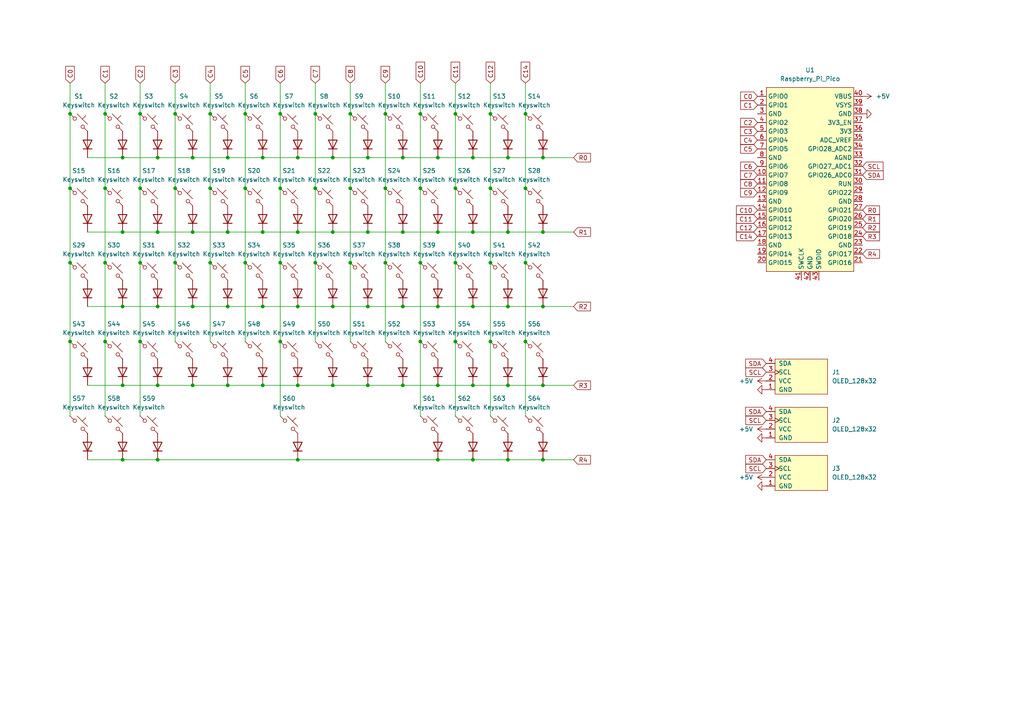
<source format=kicad_sch>
(kicad_sch (version 20231120) (generator "eeschema") (generator_version "8.0")
  (paper "A4")
  (title_block (title "Quantum Board") (date "2024-08-30") (rev "mk. 1") (company "Echo Labs"))
  (lib_symbols
    (symbol "ScottoKeebs:MCU_Raspberry_Pi_Pico"
      (property "Reference" "U" (at 0 0 0))
      (property "Value" "Raspberry_Pi_Pico" (at 0 27.94 0))
      (symbol "MCU_Raspberry_Pi_Pico_1_1"
        (pin bidirectional line (at -15.24 24.13 0) (length 2.54) (name "GPIO0") (number "1"))
        (pin bidirectional line (at -15.24 1.27 0) (length 2.54) (name "GPIO7") (number "10"))
        (pin bidirectional line (at -15.24 -1.27 0) (length 2.54) (name "GPIO8") (number "11"))
        (pin bidirectional line (at -15.24 -3.81 0) (length 2.54) (name "GPIO9") (number "12"))
        (pin power_in line (at -15.24 -6.35 0) (length 2.54) (name "GND") (number "13"))
        (pin bidirectional line (at -15.24 -8.89 0) (length 2.54) (name "GPIO10") (number "14"))
        (pin bidirectional line (at -15.24 -11.43 0) (length 2.54) (name "GPIO11") (number "15"))
        (pin bidirectional line (at -15.24 -13.97 0) (length 2.54) (name "GPIO12") (number "16"))
        (pin bidirectional line (at -15.24 -16.51 0) (length 2.54) (name "GPIO13") (number "17"))
        (pin power_in line (at -15.24 -19.05 0) (length 2.54) (name "GND") (number "18"))
        (pin bidirectional line (at -15.24 -21.59 0) (length 2.54) (name "GPIO14") (number "19"))
        (pin bidirectional line (at -15.24 21.59 0) (length 2.54) (name "GPIO1") (number "2"))
        (pin bidirectional line (at -15.24 -24.13 0) (length 2.54) (name "GPIO15") (number "20"))
        (pin bidirectional line (at 15.24 -24.13 180) (length 2.54) (name "GPIO16") (number "21"))
        (pin bidirectional line (at 15.24 -21.59 180) (length 2.54) (name "GPIO17") (number "22"))
        (pin power_in line (at 15.24 -19.05 180) (length 2.54) (name "GND") (number "23"))
        (pin bidirectional line (at 15.24 -16.51 180) (length 2.54) (name "GPIO18") (number "24"))
        (pin bidirectional line (at 15.24 -13.97 180) (length 2.54) (name "GPIO19") (number "25"))
        (pin bidirectional line (at 15.24 -11.43 180) (length 2.54) (name "GPIO20") (number "26"))
        (pin bidirectional line (at 15.24 -8.89 180) (length 2.54) (name "GPIO21") (number "27"))
        (pin power_in line (at 15.24 -6.35 180) (length 2.54) (name "GND") (number "28"))
        (pin bidirectional line (at 15.24 -3.81 180) (length 2.54) (name "GPIO22") (number "29"))
        (pin power_in line (at -15.24 19.05 0) (length 2.54) (name "GND") (number "3"))
        (pin input line (at 15.24 -1.27 180) (length 2.54) (name "RUN") (number "30"))
        (pin bidirectional line (at 15.24 1.27 180) (length 2.54) (name "GPIO26_ADC0") (number "31"))
        (pin bidirectional line (at 15.24 3.81 180) (length 2.54) (name "GPIO27_ADC1") (number "32"))
        (pin power_in line (at 15.24 6.35 180) (length 2.54) (name "AGND") (number "33"))
        (pin bidirectional line (at 15.24 8.89 180) (length 2.54) (name "GPIO28_ADC2") (number "34"))
        (pin power_in line (at 15.24 11.43 180) (length 2.54) (name "ADC_VREF") (number "35"))
        (pin power_in line (at 15.24 13.97 180) (length 2.54) (name "3V3") (number "36"))
        (pin input line (at 15.24 16.51 180) (length 2.54) (name "3V3_EN") (number "37"))
        (pin bidirectional line (at 15.24 19.05 180) (length 2.54) (name "GND") (number "38"))
        (pin power_in line (at 15.24 21.59 180) (length 2.54) (name "VSYS") (number "39"))
        (pin bidirectional line (at -15.24 16.51 0) (length 2.54) (name "GPIO2") (number "4"))
        (pin power_in line (at 15.24 24.13 180) (length 2.54) (name "VBUS") (number "40"))
        (pin input line (at -2.54 -29.21 90) (length 2.54) (name "SWCLK") (number "41"))
        (pin power_in line (at 0 -29.21 90) (length 2.54) (name "GND") (number "42"))
        (pin bidirectional line (at 2.54 -29.21 90) (length 2.54) (name "SWDIO") (number "43"))
        (pin bidirectional line (at -15.24 13.97 0) (length 2.54) (name "GPIO3") (number "5"))
        (pin bidirectional line (at -15.24 11.43 0) (length 2.54) (name "GPIO4") (number "6"))
        (pin bidirectional line (at -15.24 8.89 0) (length 2.54) (name "GPIO5") (number "7"))
        (pin power_in line (at -15.24 6.35 0) (length 2.54) (name "GND") (number "8"))
        (pin bidirectional line (at -15.24 3.81 0) (length 2.54) (name "GPIO6") (number "9"))
      )
    )
    (symbol "ScottoKeebs:OLED_128x32" (pin_names (offset 1.016))
      (property "Reference" "J" (at 0 -6.35 0))
      (property "Value" "OLED_128x32" (at 0 6.35 0))
      (symbol "OLED_128x32_1_1"
        (pin power_in line (at -2.54 -3.81 0) (length 2.54) (name "GND") (number "1"))
        (pin power_in line (at -2.54 -1.27 0) (length 2.54) (name "VCC") (number "2"))
        (pin input clock (at -2.54 1.27 0) (length 2.54) (name "SCL") (number "3"))
        (pin bidirectional line (at -2.54 3.81 0) (length 2.54) (name "SDA") (number "4"))
      )
    )
    (symbol "ScottoKeebs:Placeholder_Diode" (pin_numbers hide) (pin_names hide)
      (property "Reference" "D" (at 0 2.54 0))
      (property "Value" "Diode" (at 0 -2.54 0))
      (symbol "Placeholder_Diode_1_1"
        (pin passive line (at -3.81 0 0) (length 2.54) (name "K") (number "1"))
        (pin passive line (at 3.81 0 180) (length 2.54) (name "A") (number "2"))
      )
    )
    (symbol "ScottoKeebs:Placeholder_Keyswitch" (pin_numbers hide) (pin_names (offset 1.016) hide)
      (property "Reference" "S" (at 3.048 1.016 0))
      (property "Value" "Keyswitch" (at 0 -3.81 0))
      (symbol "Placeholder_Keyswitch_0_1"
        (pin passive line (at -2.54 2.54 0) (length 0) (name "1") (number "1"))
        (pin passive line (at 2.54 -2.54 180) (length 0) (name "2") (number "2"))
      )
    )
    (symbol "power:+5V" (power) (pin_numbers hide) (pin_names (offset 0) hide)
      (property "Value" "+5V" (at 0 3.556 0))
      (symbol "+5V_1_1"
        (pin power_in line (at 0 0 90) (length 0) (name "~") (number "1"))
      )
    )
    (symbol "power:GND" (power) (pin_numbers hide) (pin_names (offset 0) hide)
      (property "Value" "GND" (at 0 -3.81 0))
      (symbol "GND_1_1"
        (pin power_in line (at 0 0 270) (length 0) (name "~") (number "1"))
      )
    )
  )
  (junction (at 81.28 99.06))
  (junction (at 157.48 88.9))
  (junction (at 127 67.31))
  (junction (at 116.84 45.72))
  (junction (at 111.76 54.61))
  (junction (at 40.64 76.2))
  (junction (at 86.36 111.76))
  (junction (at 30.48 76.2))
  (junction (at 81.28 76.2))
  (junction (at 55.88 88.9))
  (junction (at 121.92 54.61))
  (junction (at 60.96 54.61))
  (junction (at 30.48 54.61))
  (junction (at 45.72 111.76))
  (junction (at 76.2 67.31))
  (junction (at 45.72 133.35))
  (junction (at 111.76 76.2))
  (junction (at 35.56 45.72))
  (junction (at 50.8 76.2))
  (junction (at 127 88.9))
  (junction (at 137.16 111.76))
  (junction (at 45.72 88.9))
  (junction (at 96.52 67.31))
  (junction (at 121.92 33.02))
  (junction (at 152.4 99.06))
  (junction (at 50.8 54.61))
  (junction (at 137.16 67.31))
  (junction (at 96.52 88.9))
  (junction (at 66.04 67.31))
  (junction (at 81.28 54.61))
  (junction (at 106.68 67.31))
  (junction (at 157.48 67.31))
  (junction (at 121.92 99.06))
  (junction (at 96.52 111.76))
  (junction (at 147.32 67.31))
  (junction (at 101.6 54.61))
  (junction (at 132.08 99.06))
  (junction (at 111.76 33.02))
  (junction (at 147.32 45.72))
  (junction (at 116.84 67.31))
  (junction (at 60.96 33.02))
  (junction (at 35.56 111.76))
  (junction (at 30.48 33.02))
  (junction (at 116.84 111.76))
  (junction (at 137.16 45.72))
  (junction (at 137.16 133.35))
  (junction (at 157.48 133.35))
  (junction (at 157.48 111.76))
  (junction (at 76.2 111.76))
  (junction (at 20.32 99.06))
  (junction (at 71.12 33.02))
  (junction (at 20.32 54.61))
  (junction (at 96.52 45.72))
  (junction (at 86.36 67.31))
  (junction (at 142.24 99.06))
  (junction (at 35.56 133.35))
  (junction (at 91.44 76.2))
  (junction (at 50.8 33.02))
  (junction (at 20.32 76.2))
  (junction (at 55.88 67.31))
  (junction (at 127 133.35))
  (junction (at 91.44 54.61))
  (junction (at 127 45.72))
  (junction (at 86.36 133.35))
  (junction (at 71.12 76.2))
  (junction (at 30.48 99.06))
  (junction (at 81.28 33.02))
  (junction (at 101.6 76.2))
  (junction (at 152.4 54.61))
  (junction (at 132.08 76.2))
  (junction (at 142.24 33.02))
  (junction (at 106.68 45.72))
  (junction (at 142.24 54.61))
  (junction (at 55.88 45.72))
  (junction (at 116.84 88.9))
  (junction (at 35.56 67.31))
  (junction (at 147.32 133.35))
  (junction (at 91.44 33.02))
  (junction (at 60.96 76.2))
  (junction (at 40.64 99.06))
  (junction (at 76.2 88.9))
  (junction (at 86.36 88.9))
  (junction (at 101.6 33.02))
  (junction (at 121.92 76.2))
  (junction (at 45.72 45.72))
  (junction (at 40.64 54.61))
  (junction (at 35.56 88.9))
  (junction (at 66.04 111.76))
  (junction (at 147.32 111.76))
  (junction (at 71.12 54.61))
  (junction (at 45.72 67.31))
  (junction (at 106.68 111.76))
  (junction (at 152.4 33.02))
  (junction (at 152.4 76.2))
  (junction (at 137.16 88.9))
  (junction (at 142.24 76.2))
  (junction (at 106.68 88.9))
  (junction (at 40.64 33.02))
  (junction (at 66.04 88.9))
  (junction (at 55.88 111.76))
  (junction (at 132.08 54.61))
  (junction (at 20.32 33.02))
  (junction (at 127 111.76))
  (junction (at 147.32 88.9))
  (junction (at 86.36 45.72))
  (junction (at 157.48 45.72))
  (junction (at 132.08 33.02))
  (junction (at 66.04 45.72))
  (junction (at 76.2 45.72))
  (wire (pts (xy 142.24 54.61) (xy 142.24 76.2)))
  (wire (pts (xy 137.16 133.35) (xy 147.32 133.35)))
  (wire (pts (xy 55.88 67.31) (xy 66.04 67.31)))
  (wire (pts (xy 50.8 33.02) (xy 50.8 54.61)))
  (wire (pts (xy 25.4 111.76) (xy 35.56 111.76)))
  (wire (pts (xy 25.4 133.35) (xy 35.56 133.35)))
  (wire (pts (xy 106.68 111.76) (xy 116.84 111.76)))
  (wire (pts (xy 111.76 24.13) (xy 111.76 33.02)))
  (wire (pts (xy 147.32 88.9) (xy 157.48 88.9)))
  (wire (pts (xy 132.08 24.13) (xy 132.08 33.02)))
  (wire (pts (xy 45.72 111.76) (xy 55.88 111.76)))
  (wire (pts (xy 86.36 67.31) (xy 96.52 67.31)))
  (wire (pts (xy 152.4 24.13) (xy 152.4 33.02)))
  (wire (pts (xy 40.64 33.02) (xy 40.64 54.61)))
  (wire (pts (xy 35.56 133.35) (xy 45.72 133.35)))
  (wire (pts (xy 86.36 45.72) (xy 96.52 45.72)))
  (wire (pts (xy 30.48 76.2) (xy 30.48 99.06)))
  (wire (pts (xy 157.48 133.35) (xy 166.37 133.35)))
  (wire (pts (xy 76.2 45.72) (xy 86.36 45.72)))
  (wire (pts (xy 81.28 24.13) (xy 81.28 33.02)))
  (wire (pts (xy 116.84 67.31) (xy 127 67.31)))
  (wire (pts (xy 76.2 111.76) (xy 86.36 111.76)))
  (wire (pts (xy 157.48 111.76) (xy 166.37 111.76)))
  (wire (pts (xy 142.24 24.13) (xy 142.24 33.02)))
  (wire (pts (xy 81.28 54.61) (xy 81.28 76.2)))
  (wire (pts (xy 121.92 99.06) (xy 121.92 120.65)))
  (wire (pts (xy 45.72 45.72) (xy 55.88 45.72)))
  (wire (pts (xy 157.48 67.31) (xy 166.37 67.31)))
  (wire (pts (xy 147.32 133.35) (xy 157.48 133.35)))
  (wire (pts (xy 106.68 88.9) (xy 116.84 88.9)))
  (wire (pts (xy 96.52 67.31) (xy 106.68 67.31)))
  (wire (pts (xy 20.32 33.02) (xy 20.32 54.61)))
  (wire (pts (xy 40.64 54.61) (xy 40.64 76.2)))
  (wire (pts (xy 111.76 76.2) (xy 111.76 99.06)))
  (wire (pts (xy 60.96 54.61) (xy 60.96 76.2)))
  (wire (pts (xy 55.88 111.76) (xy 66.04 111.76)))
  (wire (pts (xy 45.72 88.9) (xy 55.88 88.9)))
  (wire (pts (xy 86.36 133.35) (xy 127 133.35)))
  (wire (pts (xy 101.6 33.02) (xy 101.6 54.61)))
  (wire (pts (xy 71.12 33.02) (xy 71.12 54.61)))
  (wire (pts (xy 137.16 45.72) (xy 147.32 45.72)))
  (wire (pts (xy 81.28 99.06) (xy 81.28 120.65)))
  (wire (pts (xy 147.32 111.76) (xy 157.48 111.76)))
  (wire (pts (xy 30.48 99.06) (xy 30.48 120.65)))
  (wire (pts (xy 101.6 76.2) (xy 101.6 99.06)))
  (wire (pts (xy 106.68 67.31) (xy 116.84 67.31)))
  (wire (pts (xy 116.84 88.9) (xy 127 88.9)))
  (wire (pts (xy 91.44 33.02) (xy 91.44 54.61)))
  (wire (pts (xy 71.12 24.13) (xy 71.12 33.02)))
  (wire (pts (xy 116.84 111.76) (xy 127 111.76)))
  (wire (pts (xy 35.56 88.9) (xy 45.72 88.9)))
  (wire (pts (xy 121.92 24.13) (xy 121.92 33.02)))
  (wire (pts (xy 30.48 24.13) (xy 30.48 33.02)))
  (wire (pts (xy 137.16 88.9) (xy 147.32 88.9)))
  (wire (pts (xy 45.72 133.35) (xy 86.36 133.35)))
  (wire (pts (xy 55.88 45.72) (xy 66.04 45.72)))
  (wire (pts (xy 132.08 54.61) (xy 132.08 76.2)))
  (wire (pts (xy 60.96 33.02) (xy 60.96 54.61)))
  (wire (pts (xy 91.44 54.61) (xy 91.44 76.2)))
  (wire (pts (xy 96.52 88.9) (xy 106.68 88.9)))
  (wire (pts (xy 147.32 45.72) (xy 157.48 45.72)))
  (wire (pts (xy 121.92 76.2) (xy 121.92 99.06)))
  (wire (pts (xy 50.8 24.13) (xy 50.8 33.02)))
  (wire (pts (xy 152.4 76.2) (xy 152.4 99.06)))
  (wire (pts (xy 45.72 67.31) (xy 55.88 67.31)))
  (wire (pts (xy 132.08 33.02) (xy 132.08 54.61)))
  (wire (pts (xy 81.28 76.2) (xy 81.28 99.06)))
  (wire (pts (xy 152.4 33.02) (xy 152.4 54.61)))
  (wire (pts (xy 60.96 76.2) (xy 60.96 99.06)))
  (wire (pts (xy 157.48 45.72) (xy 166.37 45.72)))
  (wire (pts (xy 96.52 111.76) (xy 106.68 111.76)))
  (wire (pts (xy 127 133.35) (xy 137.16 133.35)))
  (wire (pts (xy 20.32 54.61) (xy 20.32 76.2)))
  (wire (pts (xy 142.24 76.2) (xy 142.24 99.06)))
  (wire (pts (xy 91.44 76.2) (xy 91.44 99.06)))
  (wire (pts (xy 127 67.31) (xy 137.16 67.31)))
  (wire (pts (xy 66.04 45.72) (xy 76.2 45.72)))
  (wire (pts (xy 127 45.72) (xy 137.16 45.72)))
  (wire (pts (xy 20.32 76.2) (xy 20.32 99.06)))
  (wire (pts (xy 60.96 24.13) (xy 60.96 33.02)))
  (wire (pts (xy 66.04 111.76) (xy 76.2 111.76)))
  (wire (pts (xy 76.2 67.31) (xy 86.36 67.31)))
  (wire (pts (xy 81.28 33.02) (xy 81.28 54.61)))
  (wire (pts (xy 40.64 99.06) (xy 40.64 120.65)))
  (wire (pts (xy 116.84 45.72) (xy 127 45.72)))
  (wire (pts (xy 35.56 111.76) (xy 45.72 111.76)))
  (wire (pts (xy 111.76 54.61) (xy 111.76 76.2)))
  (wire (pts (xy 101.6 24.13) (xy 101.6 33.02)))
  (wire (pts (xy 121.92 54.61) (xy 121.92 76.2)))
  (wire (pts (xy 25.4 45.72) (xy 35.56 45.72)))
  (wire (pts (xy 106.68 45.72) (xy 116.84 45.72)))
  (wire (pts (xy 20.32 24.13) (xy 20.32 33.02)))
  (wire (pts (xy 142.24 99.06) (xy 142.24 120.65)))
  (wire (pts (xy 152.4 54.61) (xy 152.4 76.2)))
  (wire (pts (xy 25.4 67.31) (xy 35.56 67.31)))
  (wire (pts (xy 30.48 33.02) (xy 30.48 54.61)))
  (wire (pts (xy 127 88.9) (xy 137.16 88.9)))
  (wire (pts (xy 121.92 33.02) (xy 121.92 54.61)))
  (wire (pts (xy 71.12 76.2) (xy 71.12 99.06)))
  (wire (pts (xy 111.76 33.02) (xy 111.76 54.61)))
  (wire (pts (xy 132.08 99.06) (xy 132.08 120.65)))
  (wire (pts (xy 35.56 67.31) (xy 45.72 67.31)))
  (wire (pts (xy 137.16 111.76) (xy 147.32 111.76)))
  (wire (pts (xy 66.04 67.31) (xy 76.2 67.31)))
  (wire (pts (xy 147.32 67.31) (xy 157.48 67.31)))
  (wire (pts (xy 40.64 76.2) (xy 40.64 99.06)))
  (wire (pts (xy 30.48 54.61) (xy 30.48 76.2)))
  (wire (pts (xy 157.48 88.9) (xy 166.37 88.9)))
  (wire (pts (xy 66.04 88.9) (xy 76.2 88.9)))
  (wire (pts (xy 76.2 88.9) (xy 86.36 88.9)))
  (wire (pts (xy 127 111.76) (xy 137.16 111.76)))
  (wire (pts (xy 25.4 88.9) (xy 35.56 88.9)))
  (wire (pts (xy 132.08 76.2) (xy 132.08 99.06)))
  (wire (pts (xy 142.24 33.02) (xy 142.24 54.61)))
  (wire (pts (xy 50.8 54.61) (xy 50.8 76.2)))
  (wire (pts (xy 71.12 54.61) (xy 71.12 76.2)))
  (wire (pts (xy 35.56 45.72) (xy 45.72 45.72)))
  (wire (pts (xy 55.88 88.9) (xy 66.04 88.9)))
  (wire (pts (xy 40.64 24.13) (xy 40.64 33.02)))
  (wire (pts (xy 152.4 99.06) (xy 152.4 120.65)))
  (wire (pts (xy 50.8 76.2) (xy 50.8 99.06)))
  (wire (pts (xy 86.36 111.76) (xy 96.52 111.76)))
  (wire (pts (xy 96.52 45.72) (xy 106.68 45.72)))
  (wire (pts (xy 86.36 88.9) (xy 96.52 88.9)))
  (wire (pts (xy 137.16 67.31) (xy 147.32 67.31)))
  (wire (pts (xy 20.32 99.06) (xy 20.32 120.65)))
  (wire (pts (xy 91.44 24.13) (xy 91.44 33.02)))
  (wire (pts (xy 101.6 54.61) (xy 101.6 76.2)))
  (global_label "C2" (shape input) (at 40.64 24.13 90) (property "Intersheetrefs" "${INTERSHEET_REFS}" (effects (hide yes))))
  (global_label "C0" (shape input) (at 20.32 24.13 90) (property "Intersheetrefs" "${INTERSHEET_REFS}" (effects (hide yes))))
  (global_label "C8" (shape input) (at 219.71 53.34 180) (property "Intersheetrefs" "${INTERSHEET_REFS}" (effects (hide yes))))
  (global_label "R0" (shape input) (at 250.19 60.96 0) (property "Intersheetrefs" "${INTERSHEET_REFS}" (effects (hide yes))))
  (global_label "C9" (shape input) (at 111.76 24.13 90) (property "Intersheetrefs" "${INTERSHEET_REFS}" (effects (hide yes))))
  (global_label "C7" (shape input) (at 91.44 24.13 90) (property "Intersheetrefs" "${INTERSHEET_REFS}" (effects (hide yes))))
  (global_label "C6" (shape input) (at 81.28 24.13 90) (property "Intersheetrefs" "${INTERSHEET_REFS}" (effects (hide yes))))
  (global_label "SDA" (shape input) (at 222.25 133.35 180) (property "Intersheetrefs" "${INTERSHEET_REFS}" (effects (hide yes))))
  (global_label "SCL" (shape input) (at 222.25 107.95 180) (property "Intersheetrefs" "${INTERSHEET_REFS}" (effects (hide yes))))
  (global_label "R3" (shape input) (at 166.37 111.76 0) (property "Intersheetrefs" "${INTERSHEET_REFS}" (effects (hide yes))))
  (global_label "R4" (shape input) (at 250.19 73.66 0) (property "Intersheetrefs" "${INTERSHEET_REFS}" (effects (hide yes))))
  (global_label "R1" (shape input) (at 166.37 67.31 0) (property "Intersheetrefs" "${INTERSHEET_REFS}" (effects (hide yes))))
  (global_label "SDA" (shape input) (at 250.19 50.8 0) (property "Intersheetrefs" "${INTERSHEET_REFS}" (effects (hide yes))))
  (global_label "C3" (shape input) (at 50.8 24.13 90) (property "Intersheetrefs" "${INTERSHEET_REFS}" (effects (hide yes))))
  (global_label "C10" (shape input) (at 121.92 24.13 90) (property "Intersheetrefs" "${INTERSHEET_REFS}" (effects (hide yes))))
  (global_label "C5" (shape input) (at 219.71 43.18 180) (property "Intersheetrefs" "${INTERSHEET_REFS}" (effects (hide yes))))
  (global_label "C4" (shape input) (at 219.71 40.64 180) (property "Intersheetrefs" "${INTERSHEET_REFS}" (effects (hide yes))))
  (global_label "C9" (shape input) (at 219.71 55.88 180) (property "Intersheetrefs" "${INTERSHEET_REFS}" (effects (hide yes))))
  (global_label "R0" (shape input) (at 166.37 45.72 0) (property "Intersheetrefs" "${INTERSHEET_REFS}" (effects (hide yes))))
  (global_label "C7" (shape input) (at 219.71 50.8 180) (property "Intersheetrefs" "${INTERSHEET_REFS}" (effects (hide yes))))
  (global_label "C4" (shape input) (at 60.96 24.13 90) (property "Intersheetrefs" "${INTERSHEET_REFS}" (effects (hide yes))))
  (global_label "SCL" (shape input) (at 222.25 121.92 180) (property "Intersheetrefs" "${INTERSHEET_REFS}" (effects (hide yes))))
  (global_label "C14" (shape input) (at 219.71 68.58 180) (property "Intersheetrefs" "${INTERSHEET_REFS}" (effects (hide yes))))
  (global_label "C12" (shape input) (at 219.71 66.04 180) (property "Intersheetrefs" "${INTERSHEET_REFS}" (effects (hide yes))))
  (global_label "R3" (shape input) (at 250.19 68.58 0) (property "Intersheetrefs" "${INTERSHEET_REFS}" (effects (hide yes))))
  (global_label "C12" (shape input) (at 142.24 24.13 90) (property "Intersheetrefs" "${INTERSHEET_REFS}" (effects (hide yes))))
  (global_label "SCL" (shape input) (at 222.25 135.89 180) (property "Intersheetrefs" "${INTERSHEET_REFS}" (effects (hide yes))))
  (global_label "SDA" (shape input) (at 222.25 119.38 180) (property "Intersheetrefs" "${INTERSHEET_REFS}" (effects (hide yes))))
  (global_label "SCL" (shape input) (at 250.19 48.26 0) (property "Intersheetrefs" "${INTERSHEET_REFS}" (effects (hide yes))))
  (global_label "C1" (shape input) (at 219.71 30.48 180) (property "Intersheetrefs" "${INTERSHEET_REFS}" (effects (hide yes))))
  (global_label "R2" (shape input) (at 166.37 88.9 0) (property "Intersheetrefs" "${INTERSHEET_REFS}" (effects (hide yes))))
  (global_label "SDA" (shape input) (at 222.25 105.41 180) (property "Intersheetrefs" "${INTERSHEET_REFS}" (effects (hide yes))))
  (global_label "C8" (shape input) (at 101.6 24.13 90) (property "Intersheetrefs" "${INTERSHEET_REFS}" (effects (hide yes))))
  (global_label "R1" (shape input) (at 250.19 63.5 0) (property "Intersheetrefs" "${INTERSHEET_REFS}" (effects (hide yes))))
  (global_label "C1" (shape input) (at 30.48 24.13 90) (property "Intersheetrefs" "${INTERSHEET_REFS}" (effects (hide yes))))
  (global_label "C14" (shape input) (at 152.4 24.13 90) (property "Intersheetrefs" "${INTERSHEET_REFS}" (effects (hide yes))))
  (global_label "C0" (shape input) (at 219.71 27.94 180) (property "Intersheetrefs" "${INTERSHEET_REFS}" (effects (hide yes))))
  (global_label "C2" (shape input) (at 219.71 35.56 180) (property "Intersheetrefs" "${INTERSHEET_REFS}" (effects (hide yes))))
  (global_label "R4" (shape input) (at 166.37 133.35 0) (property "Intersheetrefs" "${INTERSHEET_REFS}" (effects (hide yes))))
  (global_label "C11" (shape input) (at 132.08 24.13 90) (property "Intersheetrefs" "${INTERSHEET_REFS}" (effects (hide yes))))
  (global_label "C10" (shape input) (at 219.71 60.96 180) (property "Intersheetrefs" "${INTERSHEET_REFS}" (effects (hide yes))))
  (global_label "C6" (shape input) (at 219.71 48.26 180) (property "Intersheetrefs" "${INTERSHEET_REFS}" (effects (hide yes))))
  (global_label "C11" (shape input) (at 219.71 63.5 180) (property "Intersheetrefs" "${INTERSHEET_REFS}" (effects (hide yes))))
  (global_label "C5" (shape input) (at 71.12 24.13 90) (property "Intersheetrefs" "${INTERSHEET_REFS}" (effects (hide yes))))
  (global_label "C3" (shape input) (at 219.71 38.1 180) (property "Intersheetrefs" "${INTERSHEET_REFS}" (effects (hide yes))))
  (global_label "R2" (shape input) (at 250.19 66.04 0) (property "Intersheetrefs" "${INTERSHEET_REFS}" (effects (hide yes))))
  (symbol (lib_id "power:GND") (at 250.19 33.02 90) (unit 1)
    (property "Reference" "#PWR02" (effects (hide yes)))
    (property "Value" "GND" (effects (hide yes)))
    (property "Description" "Power symbol creates a global label with name \"GND\" , ground" (effects (hide yes)))
  )
  (symbol (lib_id "ScottoKeebs:Placeholder_Diode") (at 45.72 63.5 90) (unit 1)
    (property "Reference" "D17" (effects (hide yes)))
    (property "Value" "Diode" (effects (hide yes)))
    (property "Footprint" "ScottoKeebs_Components:Diode_DO-35" (effects (hide yes)))
    (property "Description" "1N4148 (DO-35) or 1N4148W (SOD-123)" (effects (hide yes)))
    (property "Sim.Device" "D" (effects (hide yes)))
    (property "Sim.Pins" "1=K 2=A" (effects (hide yes)))
  )
  (symbol (lib_id "ScottoKeebs:Placeholder_Diode") (at 147.32 63.5 90) (unit 1)
    (property "Reference" "D27" (effects (hide yes)))
    (property "Value" "Diode" (effects (hide yes)))
    (property "Footprint" "ScottoKeebs_Components:Diode_DO-35" (effects (hide yes)))
    (property "Description" "1N4148 (DO-35) or 1N4148W (SOD-123)" (effects (hide yes)))
    (property "Sim.Device" "D" (effects (hide yes)))
    (property "Sim.Pins" "1=K 2=A" (effects (hide yes)))
  )
  (symbol (lib_id "ScottoKeebs:Placeholder_Diode") (at 127 107.95 90) (unit 1)
    (property "Reference" "D53" (effects (hide yes)))
    (property "Value" "Diode" (effects (hide yes)))
    (property "Footprint" "ScottoKeebs_Components:Diode_DO-35" (effects (hide yes)))
    (property "Description" "1N4148 (DO-35) or 1N4148W (SOD-123)" (effects (hide yes)))
    (property "Sim.Device" "D" (effects (hide yes)))
    (property "Sim.Pins" "1=K 2=A" (effects (hide yes)))
  )
  (symbol (lib_id "ScottoKeebs:Placeholder_Diode") (at 55.88 107.95 90) (unit 1)
    (property "Reference" "D46" (effects (hide yes)))
    (property "Value" "Diode" (effects (hide yes)))
    (property "Footprint" "ScottoKeebs_Components:Diode_DO-35" (effects (hide yes)))
    (property "Description" "1N4148 (DO-35) or 1N4148W (SOD-123)" (effects (hide yes)))
    (property "Sim.Device" "D" (effects (hide yes)))
    (property "Sim.Pins" "1=K 2=A" (effects (hide yes)))
  )
  (symbol (lib_id "ScottoKeebs:Placeholder_Keyswitch") (at 83.82 35.56 0) (unit 1)
    (property "Reference" "S7" (at 83.82 27.94 0))
    (property "Value" "Keyswitch" (at 83.82 30.48 0))
    (property "Footprint" "ScottoKeebs_Choc:Choc_V1_1.00u" (effects (hide yes)))
    (property "Description" "Push button switch, normally open, two pins, 45° tilted" (effects (hide yes)))
  )
  (symbol (lib_id "ScottoKeebs:Placeholder_Diode") (at 45.72 85.09 90) (unit 1)
    (property "Reference" "D31" (effects (hide yes)))
    (property "Value" "Diode" (effects (hide yes)))
    (property "Footprint" "ScottoKeebs_Components:Diode_DO-35" (effects (hide yes)))
    (property "Description" "1N4148 (DO-35) or 1N4148W (SOD-123)" (effects (hide yes)))
    (property "Sim.Device" "D" (effects (hide yes)))
    (property "Sim.Pins" "1=K 2=A" (effects (hide yes)))
  )
  (symbol (lib_id "ScottoKeebs:Placeholder_Diode") (at 35.56 129.54 90) (unit 1)
    (property "Reference" "D58" (effects (hide yes)))
    (property "Value" "Diode" (effects (hide yes)))
    (property "Footprint" "ScottoKeebs_Components:Diode_DO-35" (effects (hide yes)))
    (property "Description" "1N4148 (DO-35) or 1N4148W (SOD-123)" (effects (hide yes)))
    (property "Sim.Device" "D" (effects (hide yes)))
    (property "Sim.Pins" "1=K 2=A" (effects (hide yes)))
  )
  (symbol (lib_id "ScottoKeebs:Placeholder_Keyswitch") (at 154.94 78.74 0) (unit 1)
    (property "Reference" "S42" (at 154.94 71.12 0))
    (property "Value" "Keyswitch" (at 154.94 73.66 0))
    (property "Footprint" "ScottoKeebs_Choc:Choc_V1_1.50u" (effects (hide yes)))
    (property "Description" "Push button switch, normally open, two pins, 45° tilted" (effects (hide yes)))
  )
  (symbol (lib_id "ScottoKeebs:Placeholder_Diode") (at 147.32 129.54 90) (unit 1)
    (property "Reference" "D69" (effects (hide yes)))
    (property "Value" "Diode" (effects (hide yes)))
    (property "Footprint" "ScottoKeebs_Components:Diode_DO-35" (effects (hide yes)))
    (property "Description" "1N4148 (DO-35) or 1N4148W (SOD-123)" (effects (hide yes)))
    (property "Sim.Device" "D" (effects (hide yes)))
    (property "Sim.Pins" "1=K 2=A" (effects (hide yes)))
  )
  (symbol (lib_id "ScottoKeebs:Placeholder_Keyswitch") (at 33.02 57.15 0) (unit 1)
    (property "Reference" "S16" (at 33.02 49.53 0))
    (property "Value" "Keyswitch" (at 33.02 52.07 0))
    (property "Footprint" "ScottoKeebs_Choc:Choc_V1_1.00u" (effects (hide yes)))
    (property "Description" "Push button switch, normally open, two pins, 45° tilted" (effects (hide yes)))
  )
  (symbol (lib_id "ScottoKeebs:Placeholder_Keyswitch") (at 104.14 57.15 0) (unit 1)
    (property "Reference" "S23" (at 104.14 49.53 0))
    (property "Value" "Keyswitch" (at 104.14 52.07 0))
    (property "Footprint" "ScottoKeebs_Choc:Choc_V1_1.00u" (effects (hide yes)))
    (property "Description" "Push button switch, normally open, two pins, 45° tilted" (effects (hide yes)))
  )
  (symbol (lib_id "power:GND") (at 222.25 113.03 270) (unit 1)
    (property "Reference" "#PWR04" (effects (hide yes)))
    (property "Value" "GND" (effects (hide yes)))
    (property "Description" "Power symbol creates a global label with name \"GND\" , ground" (effects (hide yes)))
  )
  (symbol (lib_id "ScottoKeebs:Placeholder_Keyswitch") (at 134.62 78.74 0) (unit 1)
    (property "Reference" "S40" (at 134.62 71.12 0))
    (property "Value" "Keyswitch" (at 134.62 73.66 0))
    (property "Footprint" "ScottoKeebs_Choc:Choc_V1_1.00u" (effects (hide yes)))
    (property "Description" "Push button switch, normally open, two pins, 45° tilted" (effects (hide yes)))
  )
  (symbol (lib_id "ScottoKeebs:Placeholder_Keyswitch") (at 144.78 35.56 0) (unit 1)
    (property "Reference" "S13" (at 144.78 27.94 0))
    (property "Value" "Keyswitch" (at 144.78 30.48 0))
    (property "Footprint" "ScottoKeebs_Choc:Choc_V1_1.00u" (effects (hide yes)))
    (property "Description" "Push button switch, normally open, two pins, 45° tilted" (effects (hide yes)))
  )
  (symbol (lib_id "ScottoKeebs:Placeholder_Keyswitch") (at 154.94 101.6 0) (unit 1)
    (property "Reference" "S56" (at 154.94 93.98 0))
    (property "Value" "Keyswitch" (at 154.94 96.52 0))
    (property "Footprint" "ScottoKeebs_Choc:Choc_V1_1.50u" (effects (hide yes)))
    (property "Description" "Push button switch, normally open, two pins, 45° tilted" (effects (hide yes)))
  )
  (symbol (lib_id "ScottoKeebs:Placeholder_Keyswitch") (at 22.86 57.15 0) (unit 1)
    (property "Reference" "S15" (at 22.86 49.53 0))
    (property "Value" "Keyswitch" (at 22.86 52.07 0))
    (property "Footprint" "ScottoKeebs_Choc:Choc_V1_1.50u" (effects (hide yes)))
    (property "Description" "Push button switch, normally open, two pins, 45° tilted" (effects (hide yes)))
  )
  (symbol (lib_id "ScottoKeebs:Placeholder_Diode") (at 116.84 107.95 90) (unit 1)
    (property "Reference" "D52" (effects (hide yes)))
    (property "Value" "Diode" (effects (hide yes)))
    (property "Footprint" "ScottoKeebs_Components:Diode_DO-35" (effects (hide yes)))
    (property "Description" "1N4148 (DO-35) or 1N4148W (SOD-123)" (effects (hide yes)))
    (property "Sim.Device" "D" (effects (hide yes)))
    (property "Sim.Pins" "1=K 2=A" (effects (hide yes)))
  )
  (symbol (lib_id "ScottoKeebs:Placeholder_Keyswitch") (at 154.94 57.15 0) (unit 1)
    (property "Reference" "S28" (at 154.94 49.53 0))
    (property "Value" "Keyswitch" (at 154.94 52.07 0))
    (property "Footprint" "ScottoKeebs_Choc:Choc_V1_1.50u" (effects (hide yes)))
    (property "Description" "Push button switch, normally open, two pins, 45° tilted" (effects (hide yes)))
  )
  (symbol (lib_id "ScottoKeebs:Placeholder_Keyswitch") (at 114.3 78.74 0) (unit 1)
    (property "Reference" "S38" (at 114.3 71.12 0))
    (property "Value" "Keyswitch" (at 114.3 73.66 0))
    (property "Footprint" "ScottoKeebs_Choc:Choc_V1_1.00u" (effects (hide yes)))
    (property "Description" "Push button switch, normally open, two pins, 45° tilted" (effects (hide yes)))
  )
  (symbol (lib_id "ScottoKeebs:Placeholder_Keyswitch") (at 22.86 78.74 0) (unit 1)
    (property "Reference" "S29" (at 22.86 71.12 0))
    (property "Value" "Keyswitch" (at 22.86 73.66 0))
    (property "Footprint" "ScottoKeebs_Choc:Choc_V1_1.50u" (effects (hide yes)))
    (property "Description" "Push button switch, normally open, two pins, 45° tilted" (effects (hide yes)))
  )
  (symbol (lib_id "ScottoKeebs:Placeholder_Diode") (at 116.84 41.91 90) (unit 1)
    (property "Reference" "D10" (effects (hide yes)))
    (property "Value" "Diode" (effects (hide yes)))
    (property "Footprint" "ScottoKeebs_Components:Diode_DO-35" (effects (hide yes)))
    (property "Description" "1N4148 (DO-35) or 1N4148W (SOD-123)" (effects (hide yes)))
    (property "Sim.Device" "D" (effects (hide yes)))
    (property "Sim.Pins" "1=K 2=A" (effects (hide yes)))
  )
  (symbol (lib_id "ScottoKeebs:Placeholder_Keyswitch") (at 134.62 57.15 0) (unit 1)
    (property "Reference" "S26" (at 134.62 49.53 0))
    (property "Value" "Keyswitch" (at 134.62 52.07 0))
    (property "Footprint" "ScottoKeebs_Choc:Choc_V1_1.00u" (effects (hide yes)))
    (property "Description" "Push button switch, normally open, two pins, 45° tilted" (effects (hide yes)))
  )
  (symbol (lib_id "ScottoKeebs:Placeholder_Diode") (at 106.68 85.09 90) (unit 1)
    (property "Reference" "D37" (effects (hide yes)))
    (property "Value" "Diode" (effects (hide yes)))
    (property "Footprint" "ScottoKeebs_Components:Diode_DO-35" (effects (hide yes)))
    (property "Description" "1N4148 (DO-35) or 1N4148W (SOD-123)" (effects (hide yes)))
    (property "Sim.Device" "D" (effects (hide yes)))
    (property "Sim.Pins" "1=K 2=A" (effects (hide yes)))
  )
  (symbol (lib_id "ScottoKeebs:Placeholder_Keyswitch") (at 124.46 35.56 0) (unit 1)
    (property "Reference" "S11" (at 124.46 27.94 0))
    (property "Value" "Keyswitch" (at 124.46 30.48 0))
    (property "Footprint" "ScottoKeebs_Choc:Choc_V1_1.00u" (effects (hide yes)))
    (property "Description" "Push button switch, normally open, two pins, 45° tilted" (effects (hide yes)))
  )
  (symbol (lib_id "ScottoKeebs:Placeholder_Keyswitch") (at 134.62 123.19 0) (unit 1)
    (property "Reference" "S62" (at 134.62 115.57 0))
    (property "Value" "Keyswitch" (at 134.62 118.11 0))
    (property "Footprint" "ScottoKeebs_Choc:Choc_V1_1.00u" (effects (hide yes)))
    (property "Description" "Push button switch, normally open, two pins, 45° tilted" (effects (hide yes)))
  )
  (symbol (lib_id "ScottoKeebs:Placeholder_Diode") (at 66.04 85.09 90) (unit 1)
    (property "Reference" "D33" (effects (hide yes)))
    (property "Value" "Diode" (effects (hide yes)))
    (property "Footprint" "ScottoKeebs_Components:Diode_DO-35" (effects (hide yes)))
    (property "Description" "1N4148 (DO-35) or 1N4148W (SOD-123)" (effects (hide yes)))
    (property "Sim.Device" "D" (effects (hide yes)))
    (property "Sim.Pins" "1=K 2=A" (effects (hide yes)))
  )
  (symbol (lib_id "ScottoKeebs:Placeholder_Diode") (at 76.2 41.91 90) (unit 1)
    (property "Reference" "D6" (effects (hide yes)))
    (property "Value" "Diode" (effects (hide yes)))
    (property "Footprint" "ScottoKeebs_Components:Diode_DO-35" (effects (hide yes)))
    (property "Description" "1N4148 (DO-35) or 1N4148W (SOD-123)" (effects (hide yes)))
    (property "Sim.Device" "D" (effects (hide yes)))
    (property "Sim.Pins" "1=K 2=A" (effects (hide yes)))
  )
  (symbol (lib_id "ScottoKeebs:Placeholder_Diode") (at 157.48 107.95 90) (unit 1)
    (property "Reference" "D56" (effects (hide yes)))
    (property "Value" "Diode" (effects (hide yes)))
    (property "Footprint" "ScottoKeebs_Components:Diode_DO-35" (effects (hide yes)))
    (property "Description" "1N4148 (DO-35) or 1N4148W (SOD-123)" (effects (hide yes)))
    (property "Sim.Device" "D" (effects (hide yes)))
    (property "Sim.Pins" "1=K 2=A" (effects (hide yes)))
  )
  (symbol (lib_id "ScottoKeebs:Placeholder_Diode") (at 127 85.09 90) (unit 1)
    (property "Reference" "D39" (effects (hide yes)))
    (property "Value" "Diode" (effects (hide yes)))
    (property "Footprint" "ScottoKeebs_Components:Diode_DO-35" (effects (hide yes)))
    (property "Description" "1N4148 (DO-35) or 1N4148W (SOD-123)" (effects (hide yes)))
    (property "Sim.Device" "D" (effects (hide yes)))
    (property "Sim.Pins" "1=K 2=A" (effects (hide yes)))
  )
  (symbol (lib_id "ScottoKeebs:Placeholder_Keyswitch") (at 43.18 57.15 0) (unit 1)
    (property "Reference" "S17" (at 43.18 49.53 0))
    (property "Value" "Keyswitch" (at 43.18 52.07 0))
    (property "Footprint" "ScottoKeebs_Choc:Choc_V1_1.00u" (effects (hide yes)))
    (property "Description" "Push button switch, normally open, two pins, 45° tilted" (effects (hide yes)))
  )
  (symbol (lib_id "ScottoKeebs:Placeholder_Diode") (at 35.56 41.91 90) (unit 1)
    (property "Reference" "D2" (effects (hide yes)))
    (property "Value" "Diode" (effects (hide yes)))
    (property "Footprint" "ScottoKeebs_Components:Diode_DO-35" (effects (hide yes)))
    (property "Description" "1N4148 (DO-35) or 1N4148W (SOD-123)" (effects (hide yes)))
    (property "Sim.Device" "D" (effects (hide yes)))
    (property "Sim.Pins" "1=K 2=A" (effects (hide yes)))
  )
  (symbol (lib_id "ScottoKeebs:Placeholder_Diode") (at 25.4 107.95 90) (unit 1)
    (property "Reference" "D43" (effects (hide yes)))
    (property "Value" "Diode" (effects (hide yes)))
    (property "Footprint" "ScottoKeebs_Components:Diode_DO-35" (effects (hide yes)))
    (property "Description" "1N4148 (DO-35) or 1N4148W (SOD-123)" (effects (hide yes)))
    (property "Sim.Device" "D" (effects (hide yes)))
    (property "Sim.Pins" "1=K 2=A" (effects (hide yes)))
  )
  (symbol (lib_id "ScottoKeebs:Placeholder_Diode") (at 106.68 107.95 90) (unit 1)
    (property "Reference" "D51" (effects (hide yes)))
    (property "Value" "Diode" (effects (hide yes)))
    (property "Footprint" "ScottoKeebs_Components:Diode_DO-35" (effects (hide yes)))
    (property "Description" "1N4148 (DO-35) or 1N4148W (SOD-123)" (effects (hide yes)))
    (property "Sim.Device" "D" (effects (hide yes)))
    (property "Sim.Pins" "1=K 2=A" (effects (hide yes)))
  )
  (symbol (lib_id "ScottoKeebs:Placeholder_Keyswitch") (at 63.5 101.6 0) (unit 1)
    (property "Reference" "S47" (at 63.5 93.98 0))
    (property "Value" "Keyswitch" (at 63.5 96.52 0))
    (property "Footprint" "ScottoKeebs_Choc:Choc_V1_1.00u" (effects (hide yes)))
    (property "Description" "Push button switch, normally open, two pins, 45° tilted" (effects (hide yes)))
  )
  (symbol (lib_id "ScottoKeebs:Placeholder_Diode") (at 86.36 107.95 90) (unit 1)
    (property "Reference" "D49" (effects (hide yes)))
    (property "Value" "Diode" (effects (hide yes)))
    (property "Footprint" "ScottoKeebs_Components:Diode_DO-35" (effects (hide yes)))
    (property "Description" "1N4148 (DO-35) or 1N4148W (SOD-123)" (effects (hide yes)))
    (property "Sim.Device" "D" (effects (hide yes)))
    (property "Sim.Pins" "1=K 2=A" (effects (hide yes)))
  )
  (symbol (lib_id "ScottoKeebs:Placeholder_Diode") (at 147.32 41.91 90) (unit 1)
    (property "Reference" "D13" (effects (hide yes)))
    (property "Value" "Diode" (effects (hide yes)))
    (property "Footprint" "ScottoKeebs_Components:Diode_DO-35" (effects (hide yes)))
    (property "Description" "1N4148 (DO-35) or 1N4148W (SOD-123)" (effects (hide yes)))
    (property "Sim.Device" "D" (effects (hide yes)))
    (property "Sim.Pins" "1=K 2=A" (effects (hide yes)))
  )
  (symbol (lib_id "ScottoKeebs:Placeholder_Diode") (at 35.56 63.5 90) (unit 1)
    (property "Reference" "D16" (effects (hide yes)))
    (property "Value" "Diode" (effects (hide yes)))
    (property "Footprint" "ScottoKeebs_Components:Diode_DO-35" (effects (hide yes)))
    (property "Description" "1N4148 (DO-35) or 1N4148W (SOD-123)" (effects (hide yes)))
    (property "Sim.Device" "D" (effects (hide yes)))
    (property "Sim.Pins" "1=K 2=A" (effects (hide yes)))
  )
  (symbol (lib_id "ScottoKeebs:Placeholder_Keyswitch") (at 43.18 78.74 0) (unit 1)
    (property "Reference" "S31" (at 43.18 71.12 0))
    (property "Value" "Keyswitch" (at 43.18 73.66 0))
    (property "Footprint" "ScottoKeebs_Choc:Choc_V1_1.00u" (effects (hide yes)))
    (property "Description" "Push button switch, normally open, two pins, 45° tilted" (effects (hide yes)))
  )
  (symbol (lib_id "ScottoKeebs:Placeholder_Keyswitch") (at 63.5 35.56 0) (unit 1)
    (property "Reference" "S5" (at 63.5 27.94 0))
    (property "Value" "Keyswitch" (at 63.5 30.48 0))
    (property "Footprint" "ScottoKeebs_Choc:Choc_V1_1.00u" (effects (hide yes)))
    (property "Description" "Push button switch, normally open, two pins, 45° tilted" (effects (hide yes)))
  )
  (symbol (lib_id "ScottoKeebs:Placeholder_Diode") (at 66.04 41.91 90) (unit 1)
    (property "Reference" "D5" (effects (hide yes)))
    (property "Value" "Diode" (effects (hide yes)))
    (property "Footprint" "ScottoKeebs_Components:Diode_DO-35" (effects (hide yes)))
    (property "Description" "1N4148 (DO-35) or 1N4148W (SOD-123)" (effects (hide yes)))
    (property "Sim.Device" "D" (effects (hide yes)))
    (property "Sim.Pins" "1=K 2=A" (effects (hide yes)))
  )
  (symbol (lib_id "ScottoKeebs:Placeholder_Diode") (at 55.88 63.5 90) (unit 1)
    (property "Reference" "D18" (effects (hide yes)))
    (property "Value" "Diode" (effects (hide yes)))
    (property "Footprint" "ScottoKeebs_Components:Diode_DO-35" (effects (hide yes)))
    (property "Description" "1N4148 (DO-35) or 1N4148W (SOD-123)" (effects (hide yes)))
    (property "Sim.Device" "D" (effects (hide yes)))
    (property "Sim.Pins" "1=K 2=A" (effects (hide yes)))
  )
  (symbol (lib_id "ScottoKeebs:Placeholder_Keyswitch") (at 154.94 35.56 0) (unit 1)
    (property "Reference" "S14" (at 154.94 27.94 0))
    (property "Value" "Keyswitch" (at 154.94 30.48 0))
    (property "Footprint" "ScottoKeebs_Choc:Choc_V1_1.50u" (effects (hide yes)))
    (property "Description" "Push button switch, normally open, two pins, 45° tilted" (effects (hide yes)))
  )
  (symbol (lib_id "ScottoKeebs:Placeholder_Keyswitch") (at 53.34 78.74 0) (unit 1)
    (property "Reference" "S32" (at 53.34 71.12 0))
    (property "Value" "Keyswitch" (at 53.34 73.66 0))
    (property "Footprint" "ScottoKeebs_Choc:Choc_V1_1.00u" (effects (hide yes)))
    (property "Description" "Push button switch, normally open, two pins, 45° tilted" (effects (hide yes)))
  )
  (symbol (lib_id "ScottoKeebs:Placeholder_Diode") (at 96.52 107.95 90) (unit 1)
    (property "Reference" "D50" (effects (hide yes)))
    (property "Value" "Diode" (effects (hide yes)))
    (property "Footprint" "ScottoKeebs_Components:Diode_DO-35" (effects (hide yes)))
    (property "Description" "1N4148 (DO-35) or 1N4148W (SOD-123)" (effects (hide yes)))
    (property "Sim.Device" "D" (effects (hide yes)))
    (property "Sim.Pins" "1=K 2=A" (effects (hide yes)))
  )
  (symbol (lib_id "ScottoKeebs:Placeholder_Diode") (at 106.68 63.5 90) (unit 1)
    (property "Reference" "D23" (effects (hide yes)))
    (property "Value" "Diode" (effects (hide yes)))
    (property "Footprint" "ScottoKeebs_Components:Diode_DO-35" (effects (hide yes)))
    (property "Description" "1N4148 (DO-35) or 1N4148W (SOD-123)" (effects (hide yes)))
    (property "Sim.Device" "D" (effects (hide yes)))
    (property "Sim.Pins" "1=K 2=A" (effects (hide yes)))
  )
  (symbol (lib_id "ScottoKeebs:Placeholder_Diode") (at 157.48 129.54 90) (unit 1)
    (property "Reference" "D70" (effects (hide yes)))
    (property "Value" "Diode" (effects (hide yes)))
    (property "Footprint" "ScottoKeebs_Components:Diode_DO-35" (effects (hide yes)))
    (property "Description" "1N4148 (DO-35) or 1N4148W (SOD-123)" (effects (hide yes)))
    (property "Sim.Device" "D" (effects (hide yes)))
    (property "Sim.Pins" "1=K 2=A" (effects (hide yes)))
  )
  (symbol (lib_id "ScottoKeebs:Placeholder_Keyswitch") (at 73.66 57.15 0) (unit 1)
    (property "Reference" "S20" (at 73.66 49.53 0))
    (property "Value" "Keyswitch" (at 73.66 52.07 0))
    (property "Footprint" "ScottoKeebs_Choc:Choc_V1_1.00u" (effects (hide yes)))
    (property "Description" "Push button switch, normally open, two pins, 45° tilted" (effects (hide yes)))
  )
  (symbol (lib_id "ScottoKeebs:MCU_Raspberry_Pi_Pico") (at 234.95 52.07 0) (unit 1)
    (property "Reference" "U1" (at 234.95 20.32 0))
    (property "Value" "Raspberry_Pi_Pico" (at 234.95 22.86 0))
    (property "Footprint" "ScottoKeebs_MCU:Raspberry_Pi_Pico" (effects (hide yes)))
  )
  (symbol (lib_id "ScottoKeebs:Placeholder_Keyswitch") (at 144.78 78.74 0) (unit 1)
    (property "Reference" "S41" (at 144.78 71.12 0))
    (property "Value" "Keyswitch" (at 144.78 73.66 0))
    (property "Footprint" "ScottoKeebs_Choc:Choc_V1_1.00u" (effects (hide yes)))
    (property "Description" "Push button switch, normally open, two pins, 45° tilted" (effects (hide yes)))
  )
  (symbol (lib_id "ScottoKeebs:Placeholder_Diode") (at 137.16 85.09 90) (unit 1)
    (property "Reference" "D40" (effects (hide yes)))
    (property "Value" "Diode" (effects (hide yes)))
    (property "Footprint" "ScottoKeebs_Components:Diode_DO-35" (effects (hide yes)))
    (property "Description" "1N4148 (DO-35) or 1N4148W (SOD-123)" (effects (hide yes)))
    (property "Sim.Device" "D" (effects (hide yes)))
    (property "Sim.Pins" "1=K 2=A" (effects (hide yes)))
  )
  (symbol (lib_id "ScottoKeebs:Placeholder_Diode") (at 45.72 107.95 90) (unit 1)
    (property "Reference" "D45" (effects (hide yes)))
    (property "Value" "Diode" (effects (hide yes)))
    (property "Footprint" "ScottoKeebs_Components:Diode_DO-35" (effects (hide yes)))
    (property "Description" "1N4148 (DO-35) or 1N4148W (SOD-123)" (effects (hide yes)))
    (property "Sim.Device" "D" (effects (hide yes)))
    (property "Sim.Pins" "1=K 2=A" (effects (hide yes)))
  )
  (symbol (lib_id "ScottoKeebs:Placeholder_Keyswitch") (at 93.98 78.74 0) (unit 1)
    (property "Reference" "S36" (at 93.98 71.12 0))
    (property "Value" "Keyswitch" (at 93.98 73.66 0))
    (property "Footprint" "ScottoKeebs_Choc:Choc_V1_1.00u" (effects (hide yes)))
    (property "Description" "Push button switch, normally open, two pins, 45° tilted" (effects (hide yes)))
  )
  (symbol (lib_id "ScottoKeebs:Placeholder_Diode") (at 66.04 63.5 90) (unit 1)
    (property "Reference" "D19" (effects (hide yes)))
    (property "Value" "Diode" (effects (hide yes)))
    (property "Footprint" "ScottoKeebs_Components:Diode_DO-35" (effects (hide yes)))
    (property "Description" "1N4148 (DO-35) or 1N4148W (SOD-123)" (effects (hide yes)))
    (property "Sim.Device" "D" (effects (hide yes)))
    (property "Sim.Pins" "1=K 2=A" (effects (hide yes)))
  )
  (symbol (lib_id "ScottoKeebs:Placeholder_Keyswitch") (at 33.02 101.6 0) (unit 1)
    (property "Reference" "S44" (at 33.02 93.98 0))
    (property "Value" "Keyswitch" (at 33.02 96.52 0))
    (property "Footprint" "ScottoKeebs_Choc:Choc_V1_1.00u" (effects (hide yes)))
    (property "Description" "Push button switch, normally open, two pins, 45° tilted" (effects (hide yes)))
  )
  (symbol (lib_id "ScottoKeebs:Placeholder_Keyswitch") (at 83.82 78.74 0) (unit 1)
    (property "Reference" "S35" (at 83.82 71.12 0))
    (property "Value" "Keyswitch" (at 83.82 73.66 0))
    (property "Footprint" "ScottoKeebs_Choc:Choc_V1_1.00u" (effects (hide yes)))
    (property "Description" "Push button switch, normally open, two pins, 45° tilted" (effects (hide yes)))
  )
  (symbol (lib_id "ScottoKeebs:Placeholder_Diode") (at 137.16 107.95 90) (unit 1)
    (property "Reference" "D54" (effects (hide yes)))
    (property "Value" "Diode" (effects (hide yes)))
    (property "Footprint" "ScottoKeebs_Components:Diode_DO-35" (effects (hide yes)))
    (property "Description" "1N4148 (DO-35) or 1N4148W (SOD-123)" (effects (hide yes)))
    (property "Sim.Device" "D" (effects (hide yes)))
    (property "Sim.Pins" "1=K 2=A" (effects (hide yes)))
  )
  (symbol (lib_id "ScottoKeebs:Placeholder_Keyswitch") (at 33.02 35.56 0) (unit 1)
    (property "Reference" "S2" (at 33.02 27.94 0))
    (property "Value" "Keyswitch" (at 33.02 30.48 0))
    (property "Footprint" "ScottoKeebs_Choc:Choc_V1_1.00u" (effects (hide yes)))
    (property "Description" "Push button switch, normally open, two pins, 45° tilted" (effects (hide yes)))
  )
  (symbol (lib_id "ScottoKeebs:Placeholder_Diode") (at 137.16 129.54 90) (unit 1)
    (property "Reference" "D68" (effects (hide yes)))
    (property "Value" "Diode" (effects (hide yes)))
    (property "Footprint" "ScottoKeebs_Components:Diode_DO-35" (effects (hide yes)))
    (property "Description" "1N4148 (DO-35) or 1N4148W (SOD-123)" (effects (hide yes)))
    (property "Sim.Device" "D" (effects (hide yes)))
    (property "Sim.Pins" "1=K 2=A" (effects (hide yes)))
  )
  (symbol (lib_id "ScottoKeebs:Placeholder_Keyswitch") (at 53.34 101.6 0) (unit 1)
    (property "Reference" "S46" (at 53.34 93.98 0))
    (property "Value" "Keyswitch" (at 53.34 96.52 0))
    (property "Footprint" "ScottoKeebs_Choc:Choc_V1_1.00u" (effects (hide yes)))
    (property "Description" "Push button switch, normally open, two pins, 45° tilted" (effects (hide yes)))
  )
  (symbol (lib_id "ScottoKeebs:Placeholder_Keyswitch") (at 83.82 123.19 0) (unit 1)
    (property "Reference" "S60" (at 83.82 115.57 0))
    (property "Value" "Keyswitch" (at 83.82 118.11 0))
    (property "Footprint" "ScottoKeebs_Choc:Choc_V1_5.50u" (effects (hide yes)))
    (property "Description" "Push button switch, normally open, two pins, 45° tilted" (effects (hide yes)))
  )
  (symbol (lib_id "power:+5V") (at 250.19 27.94 270) (unit 1)
    (property "Reference" "#PWR01" (effects (hide yes)))
    (property "Value" "+5V" (at 254 27.9399 90) (effects (justify left)))
    (property "Description" "Power symbol creates a global label with name \"+5V\"" (effects (hide yes)))
  )
  (symbol (lib_id "ScottoKeebs:Placeholder_Diode") (at 76.2 107.95 90) (unit 1)
    (property "Reference" "D48" (effects (hide yes)))
    (property "Value" "Diode" (effects (hide yes)))
    (property "Footprint" "ScottoKeebs_Components:Diode_DO-35" (effects (hide yes)))
    (property "Description" "1N4148 (DO-35) or 1N4148W (SOD-123)" (effects (hide yes)))
    (property "Sim.Device" "D" (effects (hide yes)))
    (property "Sim.Pins" "1=K 2=A" (effects (hide yes)))
  )
  (symbol (lib_id "power:GND") (at 222.25 140.97 270) (unit 1)
    (property "Reference" "#PWR08" (effects (hide yes)))
    (property "Value" "GND" (effects (hide yes)))
    (property "Description" "Power symbol creates a global label with name \"GND\" , ground" (effects (hide yes)))
  )
  (symbol (lib_id "ScottoKeebs:Placeholder_Keyswitch") (at 22.86 101.6 0) (unit 1)
    (property "Reference" "S43" (at 22.86 93.98 0))
    (property "Value" "Keyswitch" (at 22.86 96.52 0))
    (property "Footprint" "ScottoKeebs_Choc:Choc_V1_1.50u" (effects (hide yes)))
    (property "Description" "Push button switch, normally open, two pins, 45° tilted" (effects (hide yes)))
  )
  (symbol (lib_id "ScottoKeebs:Placeholder_Diode") (at 116.84 63.5 90) (unit 1)
    (property "Reference" "D24" (effects (hide yes)))
    (property "Value" "Diode" (effects (hide yes)))
    (property "Footprint" "ScottoKeebs_Components:Diode_DO-35" (effects (hide yes)))
    (property "Description" "1N4148 (DO-35) or 1N4148W (SOD-123)" (effects (hide yes)))
    (property "Sim.Device" "D" (effects (hide yes)))
    (property "Sim.Pins" "1=K 2=A" (effects (hide yes)))
  )
  (symbol (lib_id "ScottoKeebs:Placeholder_Diode") (at 116.84 85.09 90) (unit 1)
    (property "Reference" "D38" (effects (hide yes)))
    (property "Value" "Diode" (effects (hide yes)))
    (property "Footprint" "ScottoKeebs_Components:Diode_DO-35" (effects (hide yes)))
    (property "Description" "1N4148 (DO-35) or 1N4148W (SOD-123)" (effects (hide yes)))
    (property "Sim.Device" "D" (effects (hide yes)))
    (property "Sim.Pins" "1=K 2=A" (effects (hide yes)))
  )
  (symbol (lib_id "ScottoKeebs:Placeholder_Diode") (at 45.72 129.54 90) (unit 1)
    (property "Reference" "D59" (effects (hide yes)))
    (property "Value" "Diode" (effects (hide yes)))
    (property "Footprint" "ScottoKeebs_Components:Diode_DO-35" (effects (hide yes)))
    (property "Description" "1N4148 (DO-35) or 1N4148W (SOD-123)" (effects (hide yes)))
    (property "Sim.Device" "D" (effects (hide yes)))
    (property "Sim.Pins" "1=K 2=A" (effects (hide yes)))
  )
  (symbol (lib_id "ScottoKeebs:Placeholder_Diode") (at 96.52 63.5 90) (unit 1)
    (property "Reference" "D22" (effects (hide yes)))
    (property "Value" "Diode" (effects (hide yes)))
    (property "Footprint" "ScottoKeebs_Components:Diode_DO-35" (effects (hide yes)))
    (property "Description" "1N4148 (DO-35) or 1N4148W (SOD-123)" (effects (hide yes)))
    (property "Sim.Device" "D" (effects (hide yes)))
    (property "Sim.Pins" "1=K 2=A" (effects (hide yes)))
  )
  (symbol (lib_id "ScottoKeebs:Placeholder_Diode") (at 137.16 63.5 90) (unit 1)
    (property "Reference" "D26" (effects (hide yes)))
    (property "Value" "Diode" (effects (hide yes)))
    (property "Footprint" "ScottoKeebs_Components:Diode_DO-35" (effects (hide yes)))
    (property "Description" "1N4148 (DO-35) or 1N4148W (SOD-123)" (effects (hide yes)))
    (property "Sim.Device" "D" (effects (hide yes)))
    (property "Sim.Pins" "1=K 2=A" (effects (hide yes)))
  )
  (symbol (lib_id "ScottoKeebs:Placeholder_Keyswitch") (at 144.78 123.19 0) (unit 1)
    (property "Reference" "S63" (at 144.78 115.57 0))
    (property "Value" "Keyswitch" (at 144.78 118.11 0))
    (property "Footprint" "ScottoKeebs_Choc:Choc_V1_1.00u" (effects (hide yes)))
    (property "Description" "Push button switch, normally open, two pins, 45° tilted" (effects (hide yes)))
  )
  (symbol (lib_id "ScottoKeebs:Placeholder_Keyswitch") (at 73.66 101.6 0) (unit 1)
    (property "Reference" "S48" (at 73.66 93.98 0))
    (property "Value" "Keyswitch" (at 73.66 96.52 0))
    (property "Footprint" "ScottoKeebs_Choc:Choc_V1_1.00u" (effects (hide yes)))
    (property "Description" "Push button switch, normally open, two pins, 45° tilted" (effects (hide yes)))
  )
  (symbol (lib_id "ScottoKeebs:Placeholder_Diode") (at 96.52 85.09 90) (unit 1)
    (property "Reference" "D36" (effects (hide yes)))
    (property "Value" "Diode" (effects (hide yes)))
    (property "Footprint" "ScottoKeebs_Components:Diode_DO-35" (effects (hide yes)))
    (property "Description" "1N4148 (DO-35) or 1N4148W (SOD-123)" (effects (hide yes)))
    (property "Sim.Device" "D" (effects (hide yes)))
    (property "Sim.Pins" "1=K 2=A" (effects (hide yes)))
  )
  (symbol (lib_id "ScottoKeebs:Placeholder_Keyswitch") (at 63.5 57.15 0) (unit 1)
    (property "Reference" "S19" (at 63.5 49.53 0))
    (property "Value" "Keyswitch" (at 63.5 52.07 0))
    (property "Footprint" "ScottoKeebs_Choc:Choc_V1_1.00u" (effects (hide yes)))
    (property "Description" "Push button switch, normally open, two pins, 45° tilted" (effects (hide yes)))
  )
  (symbol (lib_id "ScottoKeebs:Placeholder_Keyswitch") (at 134.62 101.6 0) (unit 1)
    (property "Reference" "S54" (at 134.62 93.98 0))
    (property "Value" "Keyswitch" (at 134.62 96.52 0))
    (property "Footprint" "ScottoKeebs_Choc:Choc_V1_1.00u" (effects (hide yes)))
    (property "Description" "Push button switch, normally open, two pins, 45° tilted" (effects (hide yes)))
  )
  (symbol (lib_id "ScottoKeebs:Placeholder_Keyswitch") (at 73.66 35.56 0) (unit 1)
    (property "Reference" "S6" (at 73.66 27.94 0))
    (property "Value" "Keyswitch" (at 73.66 30.48 0))
    (property "Footprint" "ScottoKeebs_Choc:Choc_V1_1.00u" (effects (hide yes)))
    (property "Description" "Push button switch, normally open, two pins, 45° tilted" (effects (hide yes)))
  )
  (symbol (lib_id "power:GND") (at 222.25 127 270) (unit 1)
    (property "Reference" "#PWR06" (effects (hide yes)))
    (property "Value" "GND" (effects (hide yes)))
    (property "Description" "Power symbol creates a global label with name \"GND\" , ground" (effects (hide yes)))
  )
  (symbol (lib_id "ScottoKeebs:Placeholder_Diode") (at 157.48 41.91 90) (unit 1)
    (property "Reference" "D14" (effects (hide yes)))
    (property "Value" "Diode" (effects (hide yes)))
    (property "Footprint" "ScottoKeebs_Components:Diode_DO-35" (effects (hide yes)))
    (property "Description" "1N4148 (DO-35) or 1N4148W (SOD-123)" (effects (hide yes)))
    (property "Sim.Device" "D" (effects (hide yes)))
    (property "Sim.Pins" "1=K 2=A" (effects (hide yes)))
  )
  (symbol (lib_id "ScottoKeebs:Placeholder_Diode") (at 157.48 63.5 90) (unit 1)
    (property "Reference" "D28" (effects (hide yes)))
    (property "Value" "Diode" (effects (hide yes)))
    (property "Footprint" "ScottoKeebs_Components:Diode_DO-35" (effects (hide yes)))
    (property "Description" "1N4148 (DO-35) or 1N4148W (SOD-123)" (effects (hide yes)))
    (property "Sim.Device" "D" (effects (hide yes)))
    (property "Sim.Pins" "1=K 2=A" (effects (hide yes)))
  )
  (symbol (lib_id "ScottoKeebs:Placeholder_Keyswitch") (at 144.78 101.6 0) (unit 1)
    (property "Reference" "S55" (at 144.78 93.98 0))
    (property "Value" "Keyswitch" (at 144.78 96.52 0))
    (property "Footprint" "ScottoKeebs_Choc:Choc_V1_1.00u" (effects (hide yes)))
    (property "Description" "Push button switch, normally open, two pins, 45° tilted" (effects (hide yes)))
  )
  (symbol (lib_id "ScottoKeebs:Placeholder_Keyswitch") (at 73.66 78.74 0) (unit 1)
    (property "Reference" "S34" (at 73.66 71.12 0))
    (property "Value" "Keyswitch" (at 73.66 73.66 0))
    (property "Footprint" "ScottoKeebs_Choc:Choc_V1_1.00u" (effects (hide yes)))
    (property "Description" "Push button switch, normally open, two pins, 45° tilted" (effects (hide yes)))
  )
  (symbol (lib_id "ScottoKeebs:Placeholder_Keyswitch") (at 124.46 57.15 0) (unit 1)
    (property "Reference" "S25" (at 124.46 49.53 0))
    (property "Value" "Keyswitch" (at 124.46 52.07 0))
    (property "Footprint" "ScottoKeebs_Choc:Choc_V1_1.00u" (effects (hide yes)))
    (property "Description" "Push button switch, normally open, two pins, 45° tilted" (effects (hide yes)))
  )
  (symbol (lib_id "ScottoKeebs:Placeholder_Keyswitch") (at 33.02 123.19 0) (unit 1)
    (property "Reference" "S58" (at 33.02 115.57 0))
    (property "Value" "Keyswitch" (at 33.02 118.11 0))
    (property "Footprint" "ScottoKeebs_Choc:Choc_V1_1.50u" (effects (hide yes)))
    (property "Description" "Push button switch, normally open, two pins, 45° tilted" (effects (hide yes)))
  )
  (symbol (lib_id "ScottoKeebs:Placeholder_Diode") (at 127 41.91 90) (unit 1)
    (property "Reference" "D11" (effects (hide yes)))
    (property "Value" "Diode" (effects (hide yes)))
    (property "Footprint" "ScottoKeebs_Components:Diode_DO-35" (effects (hide yes)))
    (property "Description" "1N4148 (DO-35) or 1N4148W (SOD-123)" (effects (hide yes)))
    (property "Sim.Device" "D" (effects (hide yes)))
    (property "Sim.Pins" "1=K 2=A" (effects (hide yes)))
  )
  (symbol (lib_id "ScottoKeebs:Placeholder_Diode") (at 66.04 107.95 90) (unit 1)
    (property "Reference" "D47" (effects (hide yes)))
    (property "Value" "Diode" (effects (hide yes)))
    (property "Footprint" "ScottoKeebs_Components:Diode_DO-35" (effects (hide yes)))
    (property "Description" "1N4148 (DO-35) or 1N4148W (SOD-123)" (effects (hide yes)))
    (property "Sim.Device" "D" (effects (hide yes)))
    (property "Sim.Pins" "1=K 2=A" (effects (hide yes)))
  )
  (symbol (lib_id "ScottoKeebs:Placeholder_Diode") (at 127 129.54 90) (unit 1)
    (property "Reference" "D67" (effects (hide yes)))
    (property "Value" "Diode" (effects (hide yes)))
    (property "Footprint" "ScottoKeebs_Components:Diode_DO-35" (effects (hide yes)))
    (property "Description" "1N4148 (DO-35) or 1N4148W (SOD-123)" (effects (hide yes)))
    (property "Sim.Device" "D" (effects (hide yes)))
    (property "Sim.Pins" "1=K 2=A" (effects (hide yes)))
  )
  (symbol (lib_id "ScottoKeebs:Placeholder_Keyswitch") (at 33.02 78.74 0) (unit 1)
    (property "Reference" "S30" (at 33.02 71.12 0))
    (property "Value" "Keyswitch" (at 33.02 73.66 0))
    (property "Footprint" "ScottoKeebs_Choc:Choc_V1_1.00u" (effects (hide yes)))
    (property "Description" "Push button switch, normally open, two pins, 45° tilted" (effects (hide yes)))
  )
  (symbol (lib_id "ScottoKeebs:Placeholder_Keyswitch") (at 53.34 35.56 0) (unit 1)
    (property "Reference" "S4" (at 53.34 27.94 0))
    (property "Value" "Keyswitch" (at 53.34 30.48 0))
    (property "Footprint" "ScottoKeebs_Choc:Choc_V1_1.00u" (effects (hide yes)))
    (property "Description" "Push button switch, normally open, two pins, 45° tilted" (effects (hide yes)))
  )
  (symbol (lib_id "ScottoKeebs:Placeholder_Diode") (at 76.2 85.09 90) (unit 1)
    (property "Reference" "D34" (effects (hide yes)))
    (property "Value" "Diode" (effects (hide yes)))
    (property "Footprint" "ScottoKeebs_Components:Diode_DO-35" (effects (hide yes)))
    (property "Description" "1N4148 (DO-35) or 1N4148W (SOD-123)" (effects (hide yes)))
    (property "Sim.Device" "D" (effects (hide yes)))
    (property "Sim.Pins" "1=K 2=A" (effects (hide yes)))
  )
  (symbol (lib_id "ScottoKeebs:Placeholder_Diode") (at 25.4 41.91 90) (unit 1)
    (property "Reference" "D1" (effects (hide yes)))
    (property "Value" "Diode" (effects (hide yes)))
    (property "Footprint" "ScottoKeebs_Components:Diode_DO-35" (effects (hide yes)))
    (property "Description" "1N4148 (DO-35) or 1N4148W (SOD-123)" (effects (hide yes)))
    (property "Sim.Device" "D" (effects (hide yes)))
    (property "Sim.Pins" "1=K 2=A" (effects (hide yes)))
  )
  (symbol (lib_id "ScottoKeebs:Placeholder_Diode") (at 25.4 129.54 90) (unit 1)
    (property "Reference" "D57" (effects (hide yes)))
    (property "Value" "Diode" (effects (hide yes)))
    (property "Footprint" "ScottoKeebs_Components:Diode_DO-35" (effects (hide yes)))
    (property "Description" "1N4148 (DO-35) or 1N4148W (SOD-123)" (effects (hide yes)))
    (property "Sim.Device" "D" (effects (hide yes)))
    (property "Sim.Pins" "1=K 2=A" (effects (hide yes)))
  )
  (symbol (lib_id "ScottoKeebs:Placeholder_Diode") (at 86.36 85.09 90) (unit 1)
    (property "Reference" "D35" (effects (hide yes)))
    (property "Value" "Diode" (effects (hide yes)))
    (property "Footprint" "ScottoKeebs_Components:Diode_DO-35" (effects (hide yes)))
    (property "Description" "1N4148 (DO-35) or 1N4148W (SOD-123)" (effects (hide yes)))
    (property "Sim.Device" "D" (effects (hide yes)))
    (property "Sim.Pins" "1=K 2=A" (effects (hide yes)))
  )
  (symbol (lib_id "ScottoKeebs:Placeholder_Keyswitch") (at 63.5 78.74 0) (unit 1)
    (property "Reference" "S33" (at 63.5 71.12 0))
    (property "Value" "Keyswitch" (at 63.5 73.66 0))
    (property "Footprint" "ScottoKeebs_Choc:Choc_V1_1.00u" (effects (hide yes)))
    (property "Description" "Push button switch, normally open, two pins, 45° tilted" (effects (hide yes)))
  )
  (symbol (lib_id "ScottoKeebs:Placeholder_Keyswitch") (at 144.78 57.15 0) (unit 1)
    (property "Reference" "S27" (at 144.78 49.53 0))
    (property "Value" "Keyswitch" (at 144.78 52.07 0))
    (property "Footprint" "ScottoKeebs_Choc:Choc_V1_1.00u" (effects (hide yes)))
    (property "Description" "Push button switch, normally open, two pins, 45° tilted" (effects (hide yes)))
  )
  (symbol (lib_id "ScottoKeebs:Placeholder_Diode") (at 76.2 63.5 90) (unit 1)
    (property "Reference" "D20" (effects (hide yes)))
    (property "Value" "Diode" (effects (hide yes)))
    (property "Footprint" "ScottoKeebs_Components:Diode_DO-35" (effects (hide yes)))
    (property "Description" "1N4148 (DO-35) or 1N4148W (SOD-123)" (effects (hide yes)))
    (property "Sim.Device" "D" (effects (hide yes)))
    (property "Sim.Pins" "1=K 2=A" (effects (hide yes)))
  )
  (symbol (lib_id "ScottoKeebs:Placeholder_Keyswitch") (at 53.34 57.15 0) (unit 1)
    (property "Reference" "S18" (at 53.34 49.53 0))
    (property "Value" "Keyswitch" (at 53.34 52.07 0))
    (property "Footprint" "ScottoKeebs_Choc:Choc_V1_1.00u" (effects (hide yes)))
    (property "Description" "Push button switch, normally open, two pins, 45° tilted" (effects (hide yes)))
  )
  (symbol (lib_id "power:+5V") (at 222.25 138.43 90) (unit 1)
    (property "Reference" "#PWR07" (effects (hide yes)))
    (property "Value" "+5V" (at 218.44 138.4299 90) (effects (justify left)))
    (property "Description" "Power symbol creates a global label with name \"+5V\"" (effects (hide yes)))
  )
  (symbol (lib_id "ScottoKeebs:Placeholder_Keyswitch") (at 124.46 101.6 0) (unit 1)
    (property "Reference" "S53" (at 124.46 93.98 0))
    (property "Value" "Keyswitch" (at 124.46 96.52 0))
    (property "Footprint" "ScottoKeebs_Choc:Choc_V1_1.00u" (effects (hide yes)))
    (property "Description" "Push button switch, normally open, two pins, 45° tilted" (effects (hide yes)))
  )
  (symbol (lib_id "ScottoKeebs:Placeholder_Keyswitch") (at 114.3 35.56 0) (unit 1)
    (property "Reference" "S10" (at 114.3 27.94 0))
    (property "Value" "Keyswitch" (at 114.3 30.48 0))
    (property "Footprint" "ScottoKeebs_Choc:Choc_V1_1.00u" (effects (hide yes)))
    (property "Description" "Push button switch, normally open, two pins, 45° tilted" (effects (hide yes)))
  )
  (symbol (lib_id "ScottoKeebs:Placeholder_Diode") (at 86.36 129.54 90) (unit 1)
    (property "Reference" "D63" (effects (hide yes)))
    (property "Value" "Diode" (effects (hide yes)))
    (property "Footprint" "ScottoKeebs_Components:Diode_DO-35" (effects (hide yes)))
    (property "Description" "1N4148 (DO-35) or 1N4148W (SOD-123)" (effects (hide yes)))
    (property "Sim.Device" "D" (effects (hide yes)))
    (property "Sim.Pins" "1=K 2=A" (effects (hide yes)))
  )
  (symbol (lib_id "power:+5V") (at 222.25 110.49 90) (unit 1)
    (property "Reference" "#PWR03" (effects (hide yes)))
    (property "Value" "+5V" (at 218.44 110.4899 90) (effects (justify left)))
    (property "Description" "Power symbol creates a global label with name \"+5V\"" (effects (hide yes)))
  )
  (symbol (lib_id "ScottoKeebs:Placeholder_Diode") (at 35.56 85.09 90) (unit 1)
    (property "Reference" "D30" (effects (hide yes)))
    (property "Value" "Diode" (effects (hide yes)))
    (property "Footprint" "ScottoKeebs_Components:Diode_DO-35" (effects (hide yes)))
    (property "Description" "1N4148 (DO-35) or 1N4148W (SOD-123)" (effects (hide yes)))
    (property "Sim.Device" "D" (effects (hide yes)))
    (property "Sim.Pins" "1=K 2=A" (effects (hide yes)))
  )
  (symbol (lib_id "ScottoKeebs:Placeholder_Diode") (at 86.36 63.5 90) (unit 1)
    (property "Reference" "D21" (effects (hide yes)))
    (property "Value" "Diode" (effects (hide yes)))
    (property "Footprint" "ScottoKeebs_Components:Diode_DO-35" (effects (hide yes)))
    (property "Description" "1N4148 (DO-35) or 1N4148W (SOD-123)" (effects (hide yes)))
    (property "Sim.Device" "D" (effects (hide yes)))
    (property "Sim.Pins" "1=K 2=A" (effects (hide yes)))
  )
  (symbol (lib_id "ScottoKeebs:Placeholder_Diode") (at 147.32 85.09 90) (unit 1)
    (property "Reference" "D41" (effects (hide yes)))
    (property "Value" "Diode" (effects (hide yes)))
    (property "Footprint" "ScottoKeebs_Components:Diode_DO-35" (effects (hide yes)))
    (property "Description" "1N4148 (DO-35) or 1N4148W (SOD-123)" (effects (hide yes)))
    (property "Sim.Device" "D" (effects (hide yes)))
    (property "Sim.Pins" "1=K 2=A" (effects (hide yes)))
  )
  (symbol (lib_id "ScottoKeebs:Placeholder_Keyswitch") (at 124.46 78.74 0) (unit 1)
    (property "Reference" "S39" (at 124.46 71.12 0))
    (property "Value" "Keyswitch" (at 124.46 73.66 0))
    (property "Footprint" "ScottoKeebs_Choc:Choc_V1_1.00u" (effects (hide yes)))
    (property "Description" "Push button switch, normally open, two pins, 45° tilted" (effects (hide yes)))
  )
  (symbol (lib_id "ScottoKeebs:Placeholder_Keyswitch") (at 114.3 101.6 0) (unit 1)
    (property "Reference" "S52" (at 114.3 93.98 0))
    (property "Value" "Keyswitch" (at 114.3 96.52 0))
    (property "Footprint" "ScottoKeebs_Choc:Choc_V1_1.00u" (effects (hide yes)))
    (property "Description" "Push button switch, normally open, two pins, 45° tilted" (effects (hide yes)))
  )
  (symbol (lib_id "ScottoKeebs:OLED_128x32") (at 224.79 123.19 0) (unit 1)
    (property "Reference" "J2" (at 241.3 121.9199 0) (effects (justify left)))
    (property "Value" "OLED_128x32" (at 241.3 124.4599 0) (effects (justify left)))
    (property "Footprint" "ScottoKeebs_Components:OLED_128x32" (effects (hide yes)))
  )
  (symbol (lib_id "ScottoKeebs:Placeholder_Diode") (at 96.52 41.91 90) (unit 1)
    (property "Reference" "D8" (effects (hide yes)))
    (property "Value" "Diode" (effects (hide yes)))
    (property "Footprint" "ScottoKeebs_Components:Diode_DO-35" (effects (hide yes)))
    (property "Description" "1N4148 (DO-35) or 1N4148W (SOD-123)" (effects (hide yes)))
    (property "Sim.Device" "D" (effects (hide yes)))
    (property "Sim.Pins" "1=K 2=A" (effects (hide yes)))
  )
  (symbol (lib_id "ScottoKeebs:Placeholder_Keyswitch") (at 124.46 123.19 0) (unit 1)
    (property "Reference" "S61" (at 124.46 115.57 0))
    (property "Value" "Keyswitch" (at 124.46 118.11 0))
    (property "Footprint" "ScottoKeebs_Choc:Choc_V1_1.50u" (effects (hide yes)))
    (property "Description" "Push button switch, normally open, two pins, 45° tilted" (effects (hide yes)))
  )
  (symbol (lib_id "ScottoKeebs:Placeholder_Diode") (at 35.56 107.95 90) (unit 1)
    (property "Reference" "D44" (effects (hide yes)))
    (property "Value" "Diode" (effects (hide yes)))
    (property "Footprint" "ScottoKeebs_Components:Diode_DO-35" (effects (hide yes)))
    (property "Description" "1N4148 (DO-35) or 1N4148W (SOD-123)" (effects (hide yes)))
    (property "Sim.Device" "D" (effects (hide yes)))
    (property "Sim.Pins" "1=K 2=A" (effects (hide yes)))
  )
  (symbol (lib_id "ScottoKeebs:Placeholder_Keyswitch") (at 104.14 101.6 0) (unit 1)
    (property "Reference" "S51" (at 104.14 93.98 0))
    (property "Value" "Keyswitch" (at 104.14 96.52 0))
    (property "Footprint" "ScottoKeebs_Choc:Choc_V1_1.00u" (effects (hide yes)))
    (property "Description" "Push button switch, normally open, two pins, 45° tilted" (effects (hide yes)))
  )
  (symbol (lib_id "ScottoKeebs:Placeholder_Keyswitch") (at 154.94 123.19 0) (unit 1)
    (property "Reference" "S64" (at 154.94 115.57 0))
    (property "Value" "Keyswitch" (at 154.94 118.11 0))
    (property "Footprint" "ScottoKeebs_Choc:Choc_V1_1.00u" (effects (hide yes)))
    (property "Description" "Push button switch, normally open, two pins, 45° tilted" (effects (hide yes)))
  )
  (symbol (lib_id "ScottoKeebs:Placeholder_Diode") (at 106.68 41.91 90) (unit 1)
    (property "Reference" "D9" (effects (hide yes)))
    (property "Value" "Diode" (effects (hide yes)))
    (property "Footprint" "ScottoKeebs_Components:Diode_DO-35" (effects (hide yes)))
    (property "Description" "1N4148 (DO-35) or 1N4148W (SOD-123)" (effects (hide yes)))
    (property "Sim.Device" "D" (effects (hide yes)))
    (property "Sim.Pins" "1=K 2=A" (effects (hide yes)))
  )
  (symbol (lib_id "ScottoKeebs:Placeholder_Keyswitch") (at 93.98 101.6 0) (unit 1)
    (property "Reference" "S50" (at 93.98 93.98 0))
    (property "Value" "Keyswitch" (at 93.98 96.52 0))
    (property "Footprint" "ScottoKeebs_Choc:Choc_V1_1.00u" (effects (hide yes)))
    (property "Description" "Push button switch, normally open, two pins, 45° tilted" (effects (hide yes)))
  )
  (symbol (lib_id "ScottoKeebs:Placeholder_Diode") (at 86.36 41.91 90) (unit 1)
    (property "Reference" "D7" (effects (hide yes)))
    (property "Value" "Diode" (effects (hide yes)))
    (property "Footprint" "ScottoKeebs_Components:Diode_DO-35" (effects (hide yes)))
    (property "Description" "1N4148 (DO-35) or 1N4148W (SOD-123)" (effects (hide yes)))
    (property "Sim.Device" "D" (effects (hide yes)))
    (property "Sim.Pins" "1=K 2=A" (effects (hide yes)))
  )
  (symbol (lib_id "ScottoKeebs:Placeholder_Diode") (at 25.4 63.5 90) (unit 1)
    (property "Reference" "D15" (effects (hide yes)))
    (property "Value" "Diode" (effects (hide yes)))
    (property "Footprint" "ScottoKeebs_Components:Diode_DO-35" (effects (hide yes)))
    (property "Description" "1N4148 (DO-35) or 1N4148W (SOD-123)" (effects (hide yes)))
    (property "Sim.Device" "D" (effects (hide yes)))
    (property "Sim.Pins" "1=K 2=A" (effects (hide yes)))
  )
  (symbol (lib_id "ScottoKeebs:Placeholder_Diode") (at 55.88 41.91 90) (unit 1)
    (property "Reference" "D4" (effects (hide yes)))
    (property "Value" "Diode" (effects (hide yes)))
    (property "Footprint" "ScottoKeebs_Components:Diode_DO-35" (effects (hide yes)))
    (property "Description" "1N4148 (DO-35) or 1N4148W (SOD-123)" (effects (hide yes)))
    (property "Sim.Device" "D" (effects (hide yes)))
    (property "Sim.Pins" "1=K 2=A" (effects (hide yes)))
  )
  (symbol (lib_id "ScottoKeebs:Placeholder_Keyswitch") (at 83.82 57.15 0) (unit 1)
    (property "Reference" "S21" (at 83.82 49.53 0))
    (property "Value" "Keyswitch" (at 83.82 52.07 0))
    (property "Footprint" "ScottoKeebs_Choc:Choc_V1_1.00u" (effects (hide yes)))
    (property "Description" "Push button switch, normally open, two pins, 45° tilted" (effects (hide yes)))
  )
  (symbol (lib_id "ScottoKeebs:Placeholder_Keyswitch") (at 22.86 35.56 0) (unit 1)
    (property "Reference" "S1" (at 22.86 27.94 0))
    (property "Value" "Keyswitch" (at 22.86 30.48 0))
    (property "Footprint" "ScottoKeebs_Choc:Choc_V1_1.50u" (effects (hide yes)))
    (property "Description" "Push button switch, normally open, two pins, 45° tilted" (effects (hide yes)))
  )
  (symbol (lib_id "ScottoKeebs:Placeholder_Diode") (at 127 63.5 90) (unit 1)
    (property "Reference" "D25" (effects (hide yes)))
    (property "Value" "Diode" (effects (hide yes)))
    (property "Footprint" "ScottoKeebs_Components:Diode_DO-35" (effects (hide yes)))
    (property "Description" "1N4148 (DO-35) or 1N4148W (SOD-123)" (effects (hide yes)))
    (property "Sim.Device" "D" (effects (hide yes)))
    (property "Sim.Pins" "1=K 2=A" (effects (hide yes)))
  )
  (symbol (lib_id "ScottoKeebs:Placeholder_Keyswitch") (at 134.62 35.56 0) (unit 1)
    (property "Reference" "S12" (at 134.62 27.94 0))
    (property "Value" "Keyswitch" (at 134.62 30.48 0))
    (property "Footprint" "ScottoKeebs_Choc:Choc_V1_1.00u" (effects (hide yes)))
    (property "Description" "Push button switch, normally open, two pins, 45° tilted" (effects (hide yes)))
  )
  (symbol (lib_id "ScottoKeebs:Placeholder_Keyswitch") (at 93.98 35.56 0) (unit 1)
    (property "Reference" "S8" (at 93.98 27.94 0))
    (property "Value" "Keyswitch" (at 93.98 30.48 0))
    (property "Footprint" "ScottoKeebs_Choc:Choc_V1_1.00u" (effects (hide yes)))
    (property "Description" "Push button switch, normally open, two pins, 45° tilted" (effects (hide yes)))
  )
  (symbol (lib_id "ScottoKeebs:Placeholder_Keyswitch") (at 43.18 35.56 0) (unit 1)
    (property "Reference" "S3" (at 43.18 27.94 0))
    (property "Value" "Keyswitch" (at 43.18 30.48 0))
    (property "Footprint" "ScottoKeebs_Choc:Choc_V1_1.00u" (effects (hide yes)))
    (property "Description" "Push button switch, normally open, two pins, 45° tilted" (effects (hide yes)))
  )
  (symbol (lib_id "ScottoKeebs:Placeholder_Keyswitch") (at 83.82 101.6 0) (unit 1)
    (property "Reference" "S49" (at 83.82 93.98 0))
    (property "Value" "Keyswitch" (at 83.82 96.52 0))
    (property "Footprint" "ScottoKeebs_Choc:Choc_V1_1.00u" (effects (hide yes)))
    (property "Description" "Push button switch, normally open, two pins, 45° tilted" (effects (hide yes)))
  )
  (symbol (lib_id "ScottoKeebs:Placeholder_Diode") (at 157.48 85.09 90) (unit 1)
    (property "Reference" "D42" (effects (hide yes)))
    (property "Value" "Diode" (effects (hide yes)))
    (property "Footprint" "ScottoKeebs_Components:Diode_DO-35" (effects (hide yes)))
    (property "Description" "1N4148 (DO-35) or 1N4148W (SOD-123)" (effects (hide yes)))
    (property "Sim.Device" "D" (effects (hide yes)))
    (property "Sim.Pins" "1=K 2=A" (effects (hide yes)))
  )
  (symbol (lib_id "ScottoKeebs:Placeholder_Diode") (at 25.4 85.09 90) (unit 1)
    (property "Reference" "D29" (effects (hide yes)))
    (property "Value" "Diode" (effects (hide yes)))
    (property "Footprint" "ScottoKeebs_Components:Diode_DO-35" (effects (hide yes)))
    (property "Description" "1N4148 (DO-35) or 1N4148W (SOD-123)" (effects (hide yes)))
    (property "Sim.Device" "D" (effects (hide yes)))
    (property "Sim.Pins" "1=K 2=A" (effects (hide yes)))
  )
  (symbol (lib_id "ScottoKeebs:Placeholder_Keyswitch") (at 22.86 123.19 0) (unit 1)
    (property "Reference" "S57" (at 22.86 115.57 0))
    (property "Value" "Keyswitch" (at 22.86 118.11 0))
    (property "Footprint" "ScottoKeebs_Choc:Choc_V1_1.50u" (effects (hide yes)))
    (property "Description" "Push button switch, normally open, two pins, 45° tilted" (effects (hide yes)))
  )
  (symbol (lib_id "ScottoKeebs:Placeholder_Diode") (at 55.88 85.09 90) (unit 1)
    (property "Reference" "D32" (effects (hide yes)))
    (property "Value" "Diode" (effects (hide yes)))
    (property "Footprint" "ScottoKeebs_Components:Diode_DO-35" (effects (hide yes)))
    (property "Description" "1N4148 (DO-35) or 1N4148W (SOD-123)" (effects (hide yes)))
    (property "Sim.Device" "D" (effects (hide yes)))
    (property "Sim.Pins" "1=K 2=A" (effects (hide yes)))
  )
  (symbol (lib_id "ScottoKeebs:Placeholder_Keyswitch") (at 43.18 101.6 0) (unit 1)
    (property "Reference" "S45" (at 43.18 93.98 0))
    (property "Value" "Keyswitch" (at 43.18 96.52 0))
    (property "Footprint" "ScottoKeebs_Choc:Choc_V1_1.00u" (effects (hide yes)))
    (property "Description" "Push button switch, normally open, two pins, 45° tilted" (effects (hide yes)))
  )
  (symbol (lib_id "ScottoKeebs:Placeholder_Diode") (at 45.72 41.91 90) (unit 1)
    (property "Reference" "D3" (effects (hide yes)))
    (property "Value" "Diode" (effects (hide yes)))
    (property "Footprint" "ScottoKeebs_Components:Diode_DO-35" (effects (hide yes)))
    (property "Description" "1N4148 (DO-35) or 1N4148W (SOD-123)" (effects (hide yes)))
    (property "Sim.Device" "D" (effects (hide yes)))
    (property "Sim.Pins" "1=K 2=A" (effects (hide yes)))
  )
  (symbol (lib_id "ScottoKeebs:Placeholder_Keyswitch") (at 114.3 57.15 0) (unit 1)
    (property "Reference" "S24" (at 114.3 49.53 0))
    (property "Value" "Keyswitch" (at 114.3 52.07 0))
    (property "Footprint" "ScottoKeebs_Choc:Choc_V1_1.00u" (effects (hide yes)))
    (property "Description" "Push button switch, normally open, two pins, 45° tilted" (effects (hide yes)))
  )
  (symbol (lib_id "ScottoKeebs:Placeholder_Keyswitch") (at 104.14 78.74 0) (unit 1)
    (property "Reference" "S37" (at 104.14 71.12 0))
    (property "Value" "Keyswitch" (at 104.14 73.66 0))
    (property "Footprint" "ScottoKeebs_Choc:Choc_V1_1.00u" (effects (hide yes)))
    (property "Description" "Push button switch, normally open, two pins, 45° tilted" (effects (hide yes)))
  )
  (symbol (lib_id "ScottoKeebs:OLED_128x32") (at 224.79 137.16 0) (unit 1)
    (property "Reference" "J3" (at 241.3 135.8899 0) (effects (justify left)))
    (property "Value" "OLED_128x32" (at 241.3 138.4299 0) (effects (justify left)))
    (property "Footprint" "ScottoKeebs_Components:OLED_128x32" (effects (hide yes)))
  )
  (symbol (lib_id "power:+5V") (at 222.25 124.46 90) (unit 1)
    (property "Reference" "#PWR05" (effects (hide yes)))
    (property "Value" "+5V" (at 218.44 124.4599 90) (effects (justify left)))
    (property "Description" "Power symbol creates a global label with name \"+5V\"" (effects (hide yes)))
  )
  (symbol (lib_id "ScottoKeebs:Placeholder_Keyswitch") (at 43.18 123.19 0) (unit 1)
    (property "Reference" "S59" (at 43.18 115.57 0))
    (property "Value" "Keyswitch" (at 43.18 118.11 0))
    (property "Footprint" "ScottoKeebs_Choc:Choc_V1_1.50u" (effects (hide yes)))
    (property "Description" "Push button switch, normally open, two pins, 45° tilted" (effects (hide yes)))
  )
  (symbol (lib_id "ScottoKeebs:Placeholder_Diode") (at 137.16 41.91 90) (unit 1)
    (property "Reference" "D12" (effects (hide yes)))
    (property "Value" "Diode" (effects (hide yes)))
    (property "Footprint" "ScottoKeebs_Components:Diode_DO-35" (effects (hide yes)))
    (property "Description" "1N4148 (DO-35) or 1N4148W (SOD-123)" (effects (hide yes)))
    (property "Sim.Device" "D" (effects (hide yes)))
    (property "Sim.Pins" "1=K 2=A" (effects (hide yes)))
  )
  (symbol (lib_id "ScottoKeebs:Placeholder_Keyswitch") (at 93.98 57.15 0) (unit 1)
    (property "Reference" "S22" (at 93.98 49.53 0))
    (property "Value" "Keyswitch" (at 93.98 52.07 0))
    (property "Footprint" "ScottoKeebs_Choc:Choc_V1_1.00u" (effects (hide yes)))
    (property "Description" "Push button switch, normally open, two pins, 45° tilted" (effects (hide yes)))
  )
  (symbol (lib_id "ScottoKeebs:Placeholder_Diode") (at 147.32 107.95 90) (unit 1)
    (property "Reference" "D55" (effects (hide yes)))
    (property "Value" "Diode" (effects (hide yes)))
    (property "Footprint" "ScottoKeebs_Components:Diode_DO-35" (effects (hide yes)))
    (property "Description" "1N4148 (DO-35) or 1N4148W (SOD-123)" (effects (hide yes)))
    (property "Sim.Device" "D" (effects (hide yes)))
    (property "Sim.Pins" "1=K 2=A" (effects (hide yes)))
  )
  (symbol (lib_id "ScottoKeebs:OLED_128x32") (at 224.79 109.22 0) (unit 1)
    (property "Reference" "J1" (at 241.3 107.9499 0) (effects (justify left)))
    (property "Value" "OLED_128x32" (at 241.3 110.4899 0) (effects (justify left)))
    (property "Footprint" "ScottoKeebs_Components:OLED_128x32" (effects (hide yes)))
  )
  (symbol (lib_id "ScottoKeebs:Placeholder_Keyswitch") (at 104.14 35.56 0) (unit 1)
    (property "Reference" "S9" (at 104.14 27.94 0))
    (property "Value" "Keyswitch" (at 104.14 30.48 0))
    (property "Footprint" "ScottoKeebs_Choc:Choc_V1_1.00u" (effects (hide yes)))
    (property "Description" "Push button switch, normally open, two pins, 45° tilted" (effects (hide yes)))
  )
)
</source>
